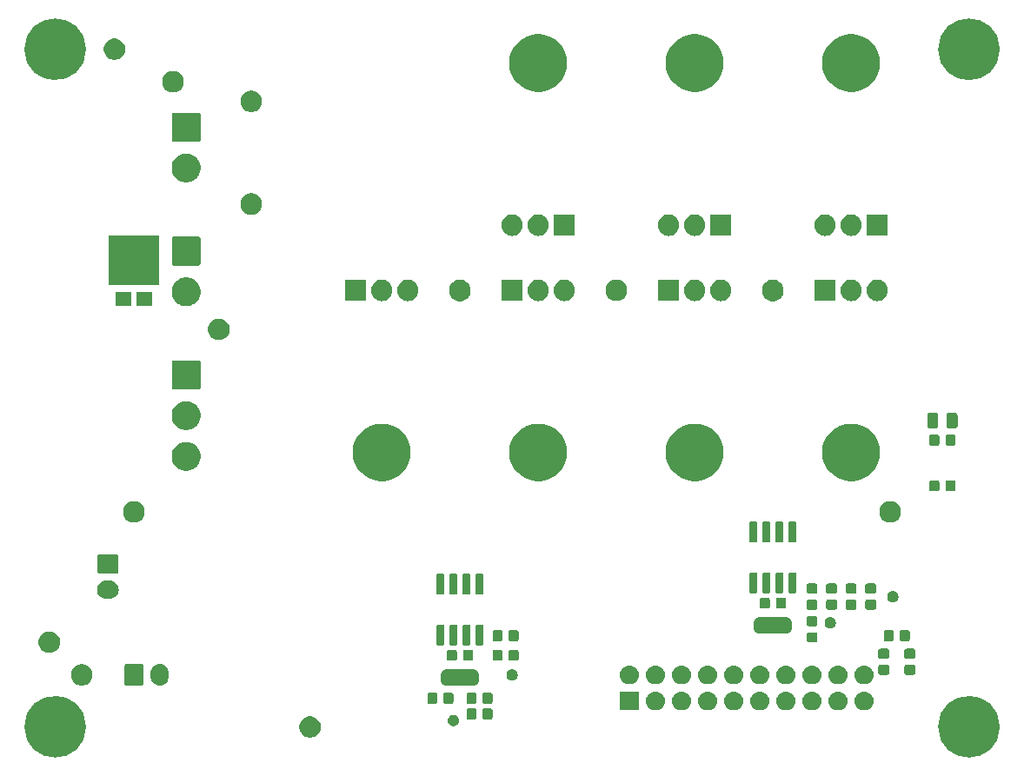
<source format=gbs>
G04 #@! TF.GenerationSoftware,KiCad,Pcbnew,(5.1.2)-1*
G04 #@! TF.CreationDate,2020-04-21T09:17:00+09:00*
G04 #@! TF.ProjectId,InverterBoard,496e7665-7274-4657-9242-6f6172642e6b,rev?*
G04 #@! TF.SameCoordinates,Original*
G04 #@! TF.FileFunction,Soldermask,Bot*
G04 #@! TF.FilePolarity,Negative*
%FSLAX46Y46*%
G04 Gerber Fmt 4.6, Leading zero omitted, Abs format (unit mm)*
G04 Created by KiCad (PCBNEW (5.1.2)-1) date 2020-04-21 09:17:00*
%MOMM*%
%LPD*%
G04 APERTURE LIST*
%ADD10C,1.000000*%
%ADD11C,0.100000*%
G04 APERTURE END LIST*
D10*
X47000000Y-33000000D02*
G75*
G03X47000000Y-33000000I-2500000J0D01*
G01*
X46500000Y-33000000D02*
G75*
G03X46500000Y-33000000I-2000000J0D01*
G01*
X47000000Y33000000D02*
G75*
G03X47000000Y33000000I-2500000J0D01*
G01*
X46500000Y33000000D02*
G75*
G03X46500000Y33000000I-2000000J0D01*
G01*
X-42000000Y33000000D02*
G75*
G03X-42000000Y33000000I-2500000J0D01*
G01*
X-42500000Y33000000D02*
G75*
G03X-42500000Y33000000I-2000000J0D01*
G01*
X-42000000Y-33000000D02*
G75*
G03X-42000000Y-33000000I-2500000J0D01*
G01*
X-42500000Y-33000000D02*
G75*
G03X-42500000Y-33000000I-2000000J0D01*
G01*
D11*
G36*
X44875256Y-31391298D02*
G01*
X44981579Y-31412447D01*
X45282042Y-31536903D01*
X45552451Y-31717585D01*
X45782415Y-31947549D01*
X45963097Y-32217958D01*
X46054768Y-32439270D01*
X46087553Y-32518422D01*
X46146147Y-32812990D01*
X46151000Y-32837391D01*
X46151000Y-33162609D01*
X46087553Y-33481579D01*
X45963097Y-33782042D01*
X45782415Y-34052451D01*
X45552451Y-34282415D01*
X45282042Y-34463097D01*
X44981579Y-34587553D01*
X44875256Y-34608702D01*
X44662611Y-34651000D01*
X44337389Y-34651000D01*
X44124744Y-34608702D01*
X44018421Y-34587553D01*
X43717958Y-34463097D01*
X43447549Y-34282415D01*
X43217585Y-34052451D01*
X43036903Y-33782042D01*
X42912447Y-33481579D01*
X42849000Y-33162609D01*
X42849000Y-32837391D01*
X42853854Y-32812990D01*
X42912447Y-32518422D01*
X42945233Y-32439270D01*
X43036903Y-32217958D01*
X43217585Y-31947549D01*
X43447549Y-31717585D01*
X43717958Y-31536903D01*
X44018421Y-31412447D01*
X44124744Y-31391298D01*
X44337389Y-31349000D01*
X44662611Y-31349000D01*
X44875256Y-31391298D01*
X44875256Y-31391298D01*
G37*
G36*
X-44124744Y-31391298D02*
G01*
X-44018421Y-31412447D01*
X-43717958Y-31536903D01*
X-43447549Y-31717585D01*
X-43217585Y-31947549D01*
X-43036903Y-32217958D01*
X-42945232Y-32439270D01*
X-42912447Y-32518422D01*
X-42853853Y-32812990D01*
X-42849000Y-32837391D01*
X-42849000Y-33162609D01*
X-42912447Y-33481579D01*
X-43036903Y-33782042D01*
X-43217585Y-34052451D01*
X-43447549Y-34282415D01*
X-43717958Y-34463097D01*
X-44018421Y-34587553D01*
X-44124744Y-34608702D01*
X-44337389Y-34651000D01*
X-44662611Y-34651000D01*
X-44875256Y-34608702D01*
X-44981579Y-34587553D01*
X-45282042Y-34463097D01*
X-45552451Y-34282415D01*
X-45782415Y-34052451D01*
X-45963097Y-33782042D01*
X-46087553Y-33481579D01*
X-46151000Y-33162609D01*
X-46151000Y-32837391D01*
X-46146146Y-32812990D01*
X-46087553Y-32518422D01*
X-46054767Y-32439270D01*
X-45963097Y-32217958D01*
X-45782415Y-31947549D01*
X-45552451Y-31717585D01*
X-45282042Y-31536903D01*
X-44981579Y-31412447D01*
X-44875256Y-31391298D01*
X-44662611Y-31349000D01*
X-44337389Y-31349000D01*
X-44124744Y-31391298D01*
X-44124744Y-31391298D01*
G37*
G36*
X-19378436Y-32009389D02*
G01*
X-19187167Y-32088615D01*
X-19187165Y-32088616D01*
X-19015027Y-32203635D01*
X-18868635Y-32350027D01*
X-18809005Y-32439269D01*
X-18753615Y-32522167D01*
X-18674389Y-32713436D01*
X-18634000Y-32916484D01*
X-18634000Y-33123516D01*
X-18674389Y-33326564D01*
X-18738598Y-33481578D01*
X-18753616Y-33517835D01*
X-18868635Y-33689973D01*
X-19015027Y-33836365D01*
X-19187165Y-33951384D01*
X-19187166Y-33951385D01*
X-19187167Y-33951385D01*
X-19378436Y-34030611D01*
X-19581484Y-34071000D01*
X-19788516Y-34071000D01*
X-19991564Y-34030611D01*
X-20182833Y-33951385D01*
X-20182834Y-33951385D01*
X-20182835Y-33951384D01*
X-20354973Y-33836365D01*
X-20501365Y-33689973D01*
X-20616384Y-33517835D01*
X-20631402Y-33481578D01*
X-20695611Y-33326564D01*
X-20736000Y-33123516D01*
X-20736000Y-32916484D01*
X-20695611Y-32713436D01*
X-20616385Y-32522167D01*
X-20560994Y-32439269D01*
X-20501365Y-32350027D01*
X-20354973Y-32203635D01*
X-20182835Y-32088616D01*
X-20182833Y-32088615D01*
X-19991564Y-32009389D01*
X-19788516Y-31969000D01*
X-19581484Y-31969000D01*
X-19378436Y-32009389D01*
X-19378436Y-32009389D01*
G37*
G36*
X-5554279Y-31855174D02*
G01*
X-5454005Y-31896709D01*
X-5454004Y-31896710D01*
X-5363758Y-31957010D01*
X-5287010Y-32033758D01*
X-5287009Y-32033760D01*
X-5226709Y-32124005D01*
X-5185174Y-32224279D01*
X-5164000Y-32330730D01*
X-5164000Y-32439270D01*
X-5185174Y-32545721D01*
X-5226709Y-32645995D01*
X-5226710Y-32645996D01*
X-5287010Y-32736242D01*
X-5363758Y-32812990D01*
X-5400274Y-32837389D01*
X-5454005Y-32873291D01*
X-5554279Y-32914826D01*
X-5660730Y-32936000D01*
X-5769270Y-32936000D01*
X-5875721Y-32914826D01*
X-5975995Y-32873291D01*
X-6029726Y-32837389D01*
X-6066242Y-32812990D01*
X-6142990Y-32736242D01*
X-6203290Y-32645996D01*
X-6203291Y-32645995D01*
X-6244826Y-32545721D01*
X-6266000Y-32439270D01*
X-6266000Y-32330730D01*
X-6244826Y-32224279D01*
X-6203291Y-32124005D01*
X-6142991Y-32033760D01*
X-6142990Y-32033758D01*
X-6066242Y-31957010D01*
X-5975996Y-31896710D01*
X-5975995Y-31896709D01*
X-5875721Y-31855174D01*
X-5769270Y-31834000D01*
X-5660730Y-31834000D01*
X-5554279Y-31855174D01*
X-5554279Y-31855174D01*
G37*
G36*
X-2045409Y-31228085D02*
G01*
X-2011431Y-31238393D01*
X-1980110Y-31255134D01*
X-1952661Y-31277661D01*
X-1930134Y-31305110D01*
X-1913393Y-31336431D01*
X-1903085Y-31370409D01*
X-1899000Y-31411890D01*
X-1899000Y-32088110D01*
X-1903085Y-32129591D01*
X-1913393Y-32163569D01*
X-1930134Y-32194890D01*
X-1952661Y-32222339D01*
X-1980110Y-32244866D01*
X-2011431Y-32261607D01*
X-2045409Y-32271915D01*
X-2086890Y-32276000D01*
X-2688110Y-32276000D01*
X-2729591Y-32271915D01*
X-2763569Y-32261607D01*
X-2794890Y-32244866D01*
X-2822339Y-32222339D01*
X-2844866Y-32194890D01*
X-2861607Y-32163569D01*
X-2871915Y-32129591D01*
X-2876000Y-32088110D01*
X-2876000Y-31411890D01*
X-2871915Y-31370409D01*
X-2861607Y-31336431D01*
X-2844866Y-31305110D01*
X-2822339Y-31277661D01*
X-2794890Y-31255134D01*
X-2763569Y-31238393D01*
X-2729591Y-31228085D01*
X-2688110Y-31224000D01*
X-2086890Y-31224000D01*
X-2045409Y-31228085D01*
X-2045409Y-31228085D01*
G37*
G36*
X-3620409Y-31228085D02*
G01*
X-3586431Y-31238393D01*
X-3555110Y-31255134D01*
X-3527661Y-31277661D01*
X-3505134Y-31305110D01*
X-3488393Y-31336431D01*
X-3478085Y-31370409D01*
X-3474000Y-31411890D01*
X-3474000Y-32088110D01*
X-3478085Y-32129591D01*
X-3488393Y-32163569D01*
X-3505134Y-32194890D01*
X-3527661Y-32222339D01*
X-3555110Y-32244866D01*
X-3586431Y-32261607D01*
X-3620409Y-32271915D01*
X-3661890Y-32276000D01*
X-4263110Y-32276000D01*
X-4304591Y-32271915D01*
X-4338569Y-32261607D01*
X-4369890Y-32244866D01*
X-4397339Y-32222339D01*
X-4419866Y-32194890D01*
X-4436607Y-32163569D01*
X-4446915Y-32129591D01*
X-4451000Y-32088110D01*
X-4451000Y-31411890D01*
X-4446915Y-31370409D01*
X-4436607Y-31336431D01*
X-4419866Y-31305110D01*
X-4397339Y-31277661D01*
X-4369890Y-31255134D01*
X-4338569Y-31238393D01*
X-4304591Y-31228085D01*
X-4263110Y-31224000D01*
X-3661890Y-31224000D01*
X-3620409Y-31228085D01*
X-3620409Y-31228085D01*
G37*
G36*
X12344600Y-31394600D02*
G01*
X10515400Y-31394600D01*
X10515400Y-29565400D01*
X12344600Y-29565400D01*
X12344600Y-31394600D01*
X12344600Y-31394600D01*
G37*
G36*
X34469294Y-29578633D02*
G01*
X34641695Y-29630931D01*
X34800583Y-29715858D01*
X34939849Y-29830151D01*
X35054142Y-29969417D01*
X35139069Y-30128305D01*
X35191367Y-30300706D01*
X35209025Y-30480000D01*
X35191367Y-30659294D01*
X35139069Y-30831695D01*
X35054142Y-30990583D01*
X34939849Y-31129849D01*
X34800583Y-31244142D01*
X34641695Y-31329069D01*
X34469294Y-31381367D01*
X34334931Y-31394600D01*
X34245069Y-31394600D01*
X34110706Y-31381367D01*
X33938305Y-31329069D01*
X33779417Y-31244142D01*
X33640151Y-31129849D01*
X33525858Y-30990583D01*
X33440931Y-30831695D01*
X33388633Y-30659294D01*
X33370975Y-30480000D01*
X33388633Y-30300706D01*
X33440931Y-30128305D01*
X33525858Y-29969417D01*
X33640151Y-29830151D01*
X33779417Y-29715858D01*
X33938305Y-29630931D01*
X34110706Y-29578633D01*
X34245069Y-29565400D01*
X34334931Y-29565400D01*
X34469294Y-29578633D01*
X34469294Y-29578633D01*
G37*
G36*
X31929294Y-29578633D02*
G01*
X32101695Y-29630931D01*
X32260583Y-29715858D01*
X32399849Y-29830151D01*
X32514142Y-29969417D01*
X32599069Y-30128305D01*
X32651367Y-30300706D01*
X32669025Y-30480000D01*
X32651367Y-30659294D01*
X32599069Y-30831695D01*
X32514142Y-30990583D01*
X32399849Y-31129849D01*
X32260583Y-31244142D01*
X32101695Y-31329069D01*
X31929294Y-31381367D01*
X31794931Y-31394600D01*
X31705069Y-31394600D01*
X31570706Y-31381367D01*
X31398305Y-31329069D01*
X31239417Y-31244142D01*
X31100151Y-31129849D01*
X30985858Y-30990583D01*
X30900931Y-30831695D01*
X30848633Y-30659294D01*
X30830975Y-30480000D01*
X30848633Y-30300706D01*
X30900931Y-30128305D01*
X30985858Y-29969417D01*
X31100151Y-29830151D01*
X31239417Y-29715858D01*
X31398305Y-29630931D01*
X31570706Y-29578633D01*
X31705069Y-29565400D01*
X31794931Y-29565400D01*
X31929294Y-29578633D01*
X31929294Y-29578633D01*
G37*
G36*
X29389294Y-29578633D02*
G01*
X29561695Y-29630931D01*
X29720583Y-29715858D01*
X29859849Y-29830151D01*
X29974142Y-29969417D01*
X30059069Y-30128305D01*
X30111367Y-30300706D01*
X30129025Y-30480000D01*
X30111367Y-30659294D01*
X30059069Y-30831695D01*
X29974142Y-30990583D01*
X29859849Y-31129849D01*
X29720583Y-31244142D01*
X29561695Y-31329069D01*
X29389294Y-31381367D01*
X29254931Y-31394600D01*
X29165069Y-31394600D01*
X29030706Y-31381367D01*
X28858305Y-31329069D01*
X28699417Y-31244142D01*
X28560151Y-31129849D01*
X28445858Y-30990583D01*
X28360931Y-30831695D01*
X28308633Y-30659294D01*
X28290975Y-30480000D01*
X28308633Y-30300706D01*
X28360931Y-30128305D01*
X28445858Y-29969417D01*
X28560151Y-29830151D01*
X28699417Y-29715858D01*
X28858305Y-29630931D01*
X29030706Y-29578633D01*
X29165069Y-29565400D01*
X29254931Y-29565400D01*
X29389294Y-29578633D01*
X29389294Y-29578633D01*
G37*
G36*
X21769294Y-29578633D02*
G01*
X21941695Y-29630931D01*
X22100583Y-29715858D01*
X22239849Y-29830151D01*
X22354142Y-29969417D01*
X22439069Y-30128305D01*
X22491367Y-30300706D01*
X22509025Y-30480000D01*
X22491367Y-30659294D01*
X22439069Y-30831695D01*
X22354142Y-30990583D01*
X22239849Y-31129849D01*
X22100583Y-31244142D01*
X21941695Y-31329069D01*
X21769294Y-31381367D01*
X21634931Y-31394600D01*
X21545069Y-31394600D01*
X21410706Y-31381367D01*
X21238305Y-31329069D01*
X21079417Y-31244142D01*
X20940151Y-31129849D01*
X20825858Y-30990583D01*
X20740931Y-30831695D01*
X20688633Y-30659294D01*
X20670975Y-30480000D01*
X20688633Y-30300706D01*
X20740931Y-30128305D01*
X20825858Y-29969417D01*
X20940151Y-29830151D01*
X21079417Y-29715858D01*
X21238305Y-29630931D01*
X21410706Y-29578633D01*
X21545069Y-29565400D01*
X21634931Y-29565400D01*
X21769294Y-29578633D01*
X21769294Y-29578633D01*
G37*
G36*
X16689294Y-29578633D02*
G01*
X16861695Y-29630931D01*
X17020583Y-29715858D01*
X17159849Y-29830151D01*
X17274142Y-29969417D01*
X17359069Y-30128305D01*
X17411367Y-30300706D01*
X17429025Y-30480000D01*
X17411367Y-30659294D01*
X17359069Y-30831695D01*
X17274142Y-30990583D01*
X17159849Y-31129849D01*
X17020583Y-31244142D01*
X16861695Y-31329069D01*
X16689294Y-31381367D01*
X16554931Y-31394600D01*
X16465069Y-31394600D01*
X16330706Y-31381367D01*
X16158305Y-31329069D01*
X15999417Y-31244142D01*
X15860151Y-31129849D01*
X15745858Y-30990583D01*
X15660931Y-30831695D01*
X15608633Y-30659294D01*
X15590975Y-30480000D01*
X15608633Y-30300706D01*
X15660931Y-30128305D01*
X15745858Y-29969417D01*
X15860151Y-29830151D01*
X15999417Y-29715858D01*
X16158305Y-29630931D01*
X16330706Y-29578633D01*
X16465069Y-29565400D01*
X16554931Y-29565400D01*
X16689294Y-29578633D01*
X16689294Y-29578633D01*
G37*
G36*
X14149294Y-29578633D02*
G01*
X14321695Y-29630931D01*
X14480583Y-29715858D01*
X14619849Y-29830151D01*
X14734142Y-29969417D01*
X14819069Y-30128305D01*
X14871367Y-30300706D01*
X14889025Y-30480000D01*
X14871367Y-30659294D01*
X14819069Y-30831695D01*
X14734142Y-30990583D01*
X14619849Y-31129849D01*
X14480583Y-31244142D01*
X14321695Y-31329069D01*
X14149294Y-31381367D01*
X14014931Y-31394600D01*
X13925069Y-31394600D01*
X13790706Y-31381367D01*
X13618305Y-31329069D01*
X13459417Y-31244142D01*
X13320151Y-31129849D01*
X13205858Y-30990583D01*
X13120931Y-30831695D01*
X13068633Y-30659294D01*
X13050975Y-30480000D01*
X13068633Y-30300706D01*
X13120931Y-30128305D01*
X13205858Y-29969417D01*
X13320151Y-29830151D01*
X13459417Y-29715858D01*
X13618305Y-29630931D01*
X13790706Y-29578633D01*
X13925069Y-29565400D01*
X14014931Y-29565400D01*
X14149294Y-29578633D01*
X14149294Y-29578633D01*
G37*
G36*
X26849294Y-29578633D02*
G01*
X27021695Y-29630931D01*
X27180583Y-29715858D01*
X27319849Y-29830151D01*
X27434142Y-29969417D01*
X27519069Y-30128305D01*
X27571367Y-30300706D01*
X27589025Y-30480000D01*
X27571367Y-30659294D01*
X27519069Y-30831695D01*
X27434142Y-30990583D01*
X27319849Y-31129849D01*
X27180583Y-31244142D01*
X27021695Y-31329069D01*
X26849294Y-31381367D01*
X26714931Y-31394600D01*
X26625069Y-31394600D01*
X26490706Y-31381367D01*
X26318305Y-31329069D01*
X26159417Y-31244142D01*
X26020151Y-31129849D01*
X25905858Y-30990583D01*
X25820931Y-30831695D01*
X25768633Y-30659294D01*
X25750975Y-30480000D01*
X25768633Y-30300706D01*
X25820931Y-30128305D01*
X25905858Y-29969417D01*
X26020151Y-29830151D01*
X26159417Y-29715858D01*
X26318305Y-29630931D01*
X26490706Y-29578633D01*
X26625069Y-29565400D01*
X26714931Y-29565400D01*
X26849294Y-29578633D01*
X26849294Y-29578633D01*
G37*
G36*
X19229294Y-29578633D02*
G01*
X19401695Y-29630931D01*
X19560583Y-29715858D01*
X19699849Y-29830151D01*
X19814142Y-29969417D01*
X19899069Y-30128305D01*
X19951367Y-30300706D01*
X19969025Y-30480000D01*
X19951367Y-30659294D01*
X19899069Y-30831695D01*
X19814142Y-30990583D01*
X19699849Y-31129849D01*
X19560583Y-31244142D01*
X19401695Y-31329069D01*
X19229294Y-31381367D01*
X19094931Y-31394600D01*
X19005069Y-31394600D01*
X18870706Y-31381367D01*
X18698305Y-31329069D01*
X18539417Y-31244142D01*
X18400151Y-31129849D01*
X18285858Y-30990583D01*
X18200931Y-30831695D01*
X18148633Y-30659294D01*
X18130975Y-30480000D01*
X18148633Y-30300706D01*
X18200931Y-30128305D01*
X18285858Y-29969417D01*
X18400151Y-29830151D01*
X18539417Y-29715858D01*
X18698305Y-29630931D01*
X18870706Y-29578633D01*
X19005069Y-29565400D01*
X19094931Y-29565400D01*
X19229294Y-29578633D01*
X19229294Y-29578633D01*
G37*
G36*
X24309294Y-29578633D02*
G01*
X24481695Y-29630931D01*
X24640583Y-29715858D01*
X24779849Y-29830151D01*
X24894142Y-29969417D01*
X24979069Y-30128305D01*
X25031367Y-30300706D01*
X25049025Y-30480000D01*
X25031367Y-30659294D01*
X24979069Y-30831695D01*
X24894142Y-30990583D01*
X24779849Y-31129849D01*
X24640583Y-31244142D01*
X24481695Y-31329069D01*
X24309294Y-31381367D01*
X24174931Y-31394600D01*
X24085069Y-31394600D01*
X23950706Y-31381367D01*
X23778305Y-31329069D01*
X23619417Y-31244142D01*
X23480151Y-31129849D01*
X23365858Y-30990583D01*
X23280931Y-30831695D01*
X23228633Y-30659294D01*
X23210975Y-30480000D01*
X23228633Y-30300706D01*
X23280931Y-30128305D01*
X23365858Y-29969417D01*
X23480151Y-29830151D01*
X23619417Y-29715858D01*
X23778305Y-29630931D01*
X23950706Y-29578633D01*
X24085069Y-29565400D01*
X24174931Y-29565400D01*
X24309294Y-29578633D01*
X24309294Y-29578633D01*
G37*
G36*
X-5855409Y-29704085D02*
G01*
X-5821431Y-29714393D01*
X-5790110Y-29731134D01*
X-5762661Y-29753661D01*
X-5740134Y-29781110D01*
X-5723393Y-29812431D01*
X-5713085Y-29846409D01*
X-5709000Y-29887890D01*
X-5709000Y-30564110D01*
X-5713085Y-30605591D01*
X-5723393Y-30639569D01*
X-5740134Y-30670890D01*
X-5762661Y-30698339D01*
X-5790110Y-30720866D01*
X-5821431Y-30737607D01*
X-5855409Y-30747915D01*
X-5896890Y-30752000D01*
X-6498110Y-30752000D01*
X-6539591Y-30747915D01*
X-6573569Y-30737607D01*
X-6604890Y-30720866D01*
X-6632339Y-30698339D01*
X-6654866Y-30670890D01*
X-6671607Y-30639569D01*
X-6681915Y-30605591D01*
X-6686000Y-30564110D01*
X-6686000Y-29887890D01*
X-6681915Y-29846409D01*
X-6671607Y-29812431D01*
X-6654866Y-29781110D01*
X-6632339Y-29753661D01*
X-6604890Y-29731134D01*
X-6573569Y-29714393D01*
X-6539591Y-29704085D01*
X-6498110Y-29700000D01*
X-5896890Y-29700000D01*
X-5855409Y-29704085D01*
X-5855409Y-29704085D01*
G37*
G36*
X-7430409Y-29704085D02*
G01*
X-7396431Y-29714393D01*
X-7365110Y-29731134D01*
X-7337661Y-29753661D01*
X-7315134Y-29781110D01*
X-7298393Y-29812431D01*
X-7288085Y-29846409D01*
X-7284000Y-29887890D01*
X-7284000Y-30564110D01*
X-7288085Y-30605591D01*
X-7298393Y-30639569D01*
X-7315134Y-30670890D01*
X-7337661Y-30698339D01*
X-7365110Y-30720866D01*
X-7396431Y-30737607D01*
X-7430409Y-30747915D01*
X-7471890Y-30752000D01*
X-8073110Y-30752000D01*
X-8114591Y-30747915D01*
X-8148569Y-30737607D01*
X-8179890Y-30720866D01*
X-8207339Y-30698339D01*
X-8229866Y-30670890D01*
X-8246607Y-30639569D01*
X-8256915Y-30605591D01*
X-8261000Y-30564110D01*
X-8261000Y-29887890D01*
X-8256915Y-29846409D01*
X-8246607Y-29812431D01*
X-8229866Y-29781110D01*
X-8207339Y-29753661D01*
X-8179890Y-29731134D01*
X-8148569Y-29714393D01*
X-8114591Y-29704085D01*
X-8073110Y-29700000D01*
X-7471890Y-29700000D01*
X-7430409Y-29704085D01*
X-7430409Y-29704085D01*
G37*
G36*
X-3620409Y-29704085D02*
G01*
X-3586431Y-29714393D01*
X-3555110Y-29731134D01*
X-3527661Y-29753661D01*
X-3505134Y-29781110D01*
X-3488393Y-29812431D01*
X-3478085Y-29846409D01*
X-3474000Y-29887890D01*
X-3474000Y-30564110D01*
X-3478085Y-30605591D01*
X-3488393Y-30639569D01*
X-3505134Y-30670890D01*
X-3527661Y-30698339D01*
X-3555110Y-30720866D01*
X-3586431Y-30737607D01*
X-3620409Y-30747915D01*
X-3661890Y-30752000D01*
X-4263110Y-30752000D01*
X-4304591Y-30747915D01*
X-4338569Y-30737607D01*
X-4369890Y-30720866D01*
X-4397339Y-30698339D01*
X-4419866Y-30670890D01*
X-4436607Y-30639569D01*
X-4446915Y-30605591D01*
X-4451000Y-30564110D01*
X-4451000Y-29887890D01*
X-4446915Y-29846409D01*
X-4436607Y-29812431D01*
X-4419866Y-29781110D01*
X-4397339Y-29753661D01*
X-4369890Y-29731134D01*
X-4338569Y-29714393D01*
X-4304591Y-29704085D01*
X-4263110Y-29700000D01*
X-3661890Y-29700000D01*
X-3620409Y-29704085D01*
X-3620409Y-29704085D01*
G37*
G36*
X-2045409Y-29704085D02*
G01*
X-2011431Y-29714393D01*
X-1980110Y-29731134D01*
X-1952661Y-29753661D01*
X-1930134Y-29781110D01*
X-1913393Y-29812431D01*
X-1903085Y-29846409D01*
X-1899000Y-29887890D01*
X-1899000Y-30564110D01*
X-1903085Y-30605591D01*
X-1913393Y-30639569D01*
X-1930134Y-30670890D01*
X-1952661Y-30698339D01*
X-1980110Y-30720866D01*
X-2011431Y-30737607D01*
X-2045409Y-30747915D01*
X-2086890Y-30752000D01*
X-2688110Y-30752000D01*
X-2729591Y-30747915D01*
X-2763569Y-30737607D01*
X-2794890Y-30720866D01*
X-2822339Y-30698339D01*
X-2844866Y-30670890D01*
X-2861607Y-30639569D01*
X-2871915Y-30605591D01*
X-2876000Y-30564110D01*
X-2876000Y-29887890D01*
X-2871915Y-29846409D01*
X-2861607Y-29812431D01*
X-2844866Y-29781110D01*
X-2822339Y-29753661D01*
X-2794890Y-29731134D01*
X-2763569Y-29714393D01*
X-2729591Y-29704085D01*
X-2688110Y-29700000D01*
X-2086890Y-29700000D01*
X-2045409Y-29704085D01*
X-2045409Y-29704085D01*
G37*
G36*
X-5820001Y-27393737D02*
G01*
X-5805472Y-27398145D01*
X-5792289Y-27403606D01*
X-5768255Y-27408388D01*
X-5743751Y-27408389D01*
X-5719718Y-27403609D01*
X-5697079Y-27394232D01*
X-5695235Y-27393000D01*
X-4463950Y-27393000D01*
X-4451836Y-27399475D01*
X-4428387Y-27406588D01*
X-4404001Y-27408990D01*
X-4379615Y-27406588D01*
X-4356166Y-27399475D01*
X-4351254Y-27397152D01*
X-4339999Y-27393737D01*
X-4323860Y-27392148D01*
X-3786139Y-27392148D01*
X-3767801Y-27393954D01*
X-3755550Y-27394556D01*
X-3737131Y-27394556D01*
X-3714851Y-27396750D01*
X-3630767Y-27413476D01*
X-3609340Y-27419976D01*
X-3530142Y-27452780D01*
X-3524697Y-27455691D01*
X-3524691Y-27455693D01*
X-3515831Y-27460429D01*
X-3515827Y-27460432D01*
X-3510386Y-27463340D01*
X-3439101Y-27510971D01*
X-3421796Y-27525172D01*
X-3361172Y-27585796D01*
X-3346971Y-27603101D01*
X-3299340Y-27674386D01*
X-3296432Y-27679827D01*
X-3296429Y-27679831D01*
X-3291693Y-27688691D01*
X-3291691Y-27688697D01*
X-3288780Y-27694142D01*
X-3255976Y-27773340D01*
X-3249476Y-27794767D01*
X-3232750Y-27878851D01*
X-3230556Y-27901131D01*
X-3230556Y-27919550D01*
X-3229954Y-27931801D01*
X-3228148Y-27950139D01*
X-3228148Y-28437862D01*
X-3229954Y-28456199D01*
X-3230556Y-28468450D01*
X-3230556Y-28486869D01*
X-3232750Y-28509149D01*
X-3249476Y-28593233D01*
X-3255976Y-28614660D01*
X-3288780Y-28693858D01*
X-3291691Y-28699303D01*
X-3291693Y-28699309D01*
X-3296429Y-28708169D01*
X-3296432Y-28708173D01*
X-3299340Y-28713614D01*
X-3346971Y-28784899D01*
X-3361172Y-28802204D01*
X-3421796Y-28862828D01*
X-3439101Y-28877029D01*
X-3510386Y-28924660D01*
X-3515827Y-28927568D01*
X-3515831Y-28927571D01*
X-3524691Y-28932307D01*
X-3524697Y-28932309D01*
X-3530142Y-28935220D01*
X-3609340Y-28968024D01*
X-3630767Y-28974524D01*
X-3714851Y-28991250D01*
X-3737131Y-28993444D01*
X-3755550Y-28993444D01*
X-3767801Y-28994046D01*
X-3786138Y-28995852D01*
X-4323860Y-28995852D01*
X-4339999Y-28994263D01*
X-4354528Y-28989855D01*
X-4367711Y-28984394D01*
X-4391745Y-28979612D01*
X-4416249Y-28979611D01*
X-4440282Y-28984391D01*
X-4462921Y-28993768D01*
X-4464765Y-28995000D01*
X-5696050Y-28995000D01*
X-5708164Y-28988525D01*
X-5731613Y-28981412D01*
X-5755999Y-28979010D01*
X-5780385Y-28981412D01*
X-5803834Y-28988525D01*
X-5808746Y-28990848D01*
X-5820001Y-28994263D01*
X-5836140Y-28995852D01*
X-6373862Y-28995852D01*
X-6392199Y-28994046D01*
X-6404450Y-28993444D01*
X-6422869Y-28993444D01*
X-6445149Y-28991250D01*
X-6529233Y-28974524D01*
X-6550660Y-28968024D01*
X-6629858Y-28935220D01*
X-6635303Y-28932309D01*
X-6635309Y-28932307D01*
X-6644169Y-28927571D01*
X-6644173Y-28927568D01*
X-6649614Y-28924660D01*
X-6720899Y-28877029D01*
X-6738204Y-28862828D01*
X-6798828Y-28802204D01*
X-6813029Y-28784899D01*
X-6860660Y-28713614D01*
X-6863568Y-28708173D01*
X-6863571Y-28708169D01*
X-6868307Y-28699309D01*
X-6868309Y-28699303D01*
X-6871220Y-28693858D01*
X-6904024Y-28614660D01*
X-6910524Y-28593233D01*
X-6927250Y-28509149D01*
X-6929444Y-28486869D01*
X-6929444Y-28468450D01*
X-6930046Y-28456199D01*
X-6931852Y-28437862D01*
X-6931852Y-27950139D01*
X-6930046Y-27931801D01*
X-6929444Y-27919550D01*
X-6929444Y-27901131D01*
X-6927250Y-27878851D01*
X-6910524Y-27794767D01*
X-6904024Y-27773340D01*
X-6871220Y-27694142D01*
X-6868309Y-27688697D01*
X-6868307Y-27688691D01*
X-6863571Y-27679831D01*
X-6863568Y-27679827D01*
X-6860660Y-27674386D01*
X-6813029Y-27603101D01*
X-6798828Y-27585796D01*
X-6738204Y-27525172D01*
X-6720899Y-27510971D01*
X-6649614Y-27463340D01*
X-6644173Y-27460432D01*
X-6644169Y-27460429D01*
X-6635309Y-27455693D01*
X-6635303Y-27455691D01*
X-6629858Y-27452780D01*
X-6550660Y-27419976D01*
X-6529233Y-27413476D01*
X-6445149Y-27396750D01*
X-6422869Y-27394556D01*
X-6404450Y-27394556D01*
X-6392199Y-27393954D01*
X-6373861Y-27392148D01*
X-5836140Y-27392148D01*
X-5820001Y-27393737D01*
X-5820001Y-27393737D01*
G37*
G36*
X-34153374Y-26902037D02*
G01*
X-33983535Y-26953557D01*
X-33983533Y-26953558D01*
X-33827011Y-27037221D01*
X-33689814Y-27149814D01*
X-33606552Y-27251271D01*
X-33577222Y-27287009D01*
X-33577221Y-27287011D01*
X-33514897Y-27403609D01*
X-33493557Y-27443534D01*
X-33442037Y-27613373D01*
X-33429000Y-27745742D01*
X-33429000Y-28134257D01*
X-33442037Y-28266626D01*
X-33493557Y-28436466D01*
X-33577222Y-28592991D01*
X-33606552Y-28628729D01*
X-33689814Y-28730186D01*
X-33784750Y-28808097D01*
X-33827009Y-28842778D01*
X-33983534Y-28926443D01*
X-34153373Y-28977963D01*
X-34330000Y-28995359D01*
X-34506626Y-28977963D01*
X-34676465Y-28926443D01*
X-34832990Y-28842778D01*
X-34970185Y-28730185D01*
X-35082778Y-28592991D01*
X-35149347Y-28468450D01*
X-35166442Y-28436468D01*
X-35166443Y-28436466D01*
X-35217963Y-28266627D01*
X-35231000Y-28134258D01*
X-35231000Y-27745743D01*
X-35217963Y-27613374D01*
X-35166443Y-27443535D01*
X-35165711Y-27442165D01*
X-35082779Y-27287011D01*
X-34970186Y-27149814D01*
X-34868729Y-27066552D01*
X-34832991Y-27037222D01*
X-34676466Y-26953557D01*
X-34506627Y-26902037D01*
X-34330000Y-26884641D01*
X-34153374Y-26902037D01*
X-34153374Y-26902037D01*
G37*
G36*
X-36071400Y-26892989D02*
G01*
X-36038348Y-26903015D01*
X-36007897Y-26919292D01*
X-35981201Y-26941201D01*
X-35959292Y-26967897D01*
X-35943015Y-26998348D01*
X-35932989Y-27031400D01*
X-35929000Y-27071903D01*
X-35929000Y-28808097D01*
X-35932989Y-28848600D01*
X-35943015Y-28881652D01*
X-35959292Y-28912103D01*
X-35981201Y-28938799D01*
X-36007897Y-28960708D01*
X-36038348Y-28976985D01*
X-36071400Y-28987011D01*
X-36111903Y-28991000D01*
X-37548097Y-28991000D01*
X-37588600Y-28987011D01*
X-37621652Y-28976985D01*
X-37652103Y-28960708D01*
X-37678799Y-28938799D01*
X-37700708Y-28912103D01*
X-37716985Y-28881652D01*
X-37727011Y-28848600D01*
X-37731000Y-28808097D01*
X-37731000Y-27071903D01*
X-37727011Y-27031400D01*
X-37716985Y-26998348D01*
X-37700708Y-26967897D01*
X-37678799Y-26941201D01*
X-37652103Y-26919292D01*
X-37621652Y-26903015D01*
X-37588600Y-26892989D01*
X-37548097Y-26889000D01*
X-36111903Y-26889000D01*
X-36071400Y-26892989D01*
X-36071400Y-26892989D01*
G37*
G36*
X-41603436Y-26929389D02*
G01*
X-41416612Y-27006774D01*
X-41412165Y-27008616D01*
X-41240027Y-27123635D01*
X-41093635Y-27270027D01*
X-40984070Y-27434002D01*
X-40978615Y-27442167D01*
X-40899389Y-27633436D01*
X-40859000Y-27836484D01*
X-40859000Y-28043516D01*
X-40899389Y-28246564D01*
X-40949685Y-28367990D01*
X-40978616Y-28437835D01*
X-41093635Y-28609973D01*
X-41240027Y-28756365D01*
X-41412165Y-28871384D01*
X-41412166Y-28871385D01*
X-41412167Y-28871385D01*
X-41603436Y-28950611D01*
X-41806484Y-28991000D01*
X-42013516Y-28991000D01*
X-42216564Y-28950611D01*
X-42407833Y-28871385D01*
X-42407834Y-28871385D01*
X-42407835Y-28871384D01*
X-42579973Y-28756365D01*
X-42726365Y-28609973D01*
X-42841384Y-28437835D01*
X-42870315Y-28367990D01*
X-42920611Y-28246564D01*
X-42961000Y-28043516D01*
X-42961000Y-27836484D01*
X-42920611Y-27633436D01*
X-42841385Y-27442167D01*
X-42835929Y-27434002D01*
X-42726365Y-27270027D01*
X-42579973Y-27123635D01*
X-42407835Y-27008616D01*
X-42403388Y-27006774D01*
X-42216564Y-26929389D01*
X-42013516Y-26889000D01*
X-41806484Y-26889000D01*
X-41603436Y-26929389D01*
X-41603436Y-26929389D01*
G37*
G36*
X34469294Y-27038633D02*
G01*
X34641695Y-27090931D01*
X34800583Y-27175858D01*
X34939849Y-27290151D01*
X35054142Y-27429417D01*
X35139069Y-27588305D01*
X35191367Y-27760706D01*
X35209025Y-27940000D01*
X35191367Y-28119294D01*
X35139069Y-28291695D01*
X35054142Y-28450583D01*
X34939849Y-28589849D01*
X34800583Y-28704142D01*
X34641695Y-28789069D01*
X34469294Y-28841367D01*
X34334931Y-28854600D01*
X34245069Y-28854600D01*
X34110706Y-28841367D01*
X33938305Y-28789069D01*
X33779417Y-28704142D01*
X33640151Y-28589849D01*
X33525858Y-28450583D01*
X33440931Y-28291695D01*
X33388633Y-28119294D01*
X33370975Y-27940000D01*
X33388633Y-27760706D01*
X33440931Y-27588305D01*
X33525858Y-27429417D01*
X33640151Y-27290151D01*
X33779417Y-27175858D01*
X33938305Y-27090931D01*
X34110706Y-27038633D01*
X34245069Y-27025400D01*
X34334931Y-27025400D01*
X34469294Y-27038633D01*
X34469294Y-27038633D01*
G37*
G36*
X29389294Y-27038633D02*
G01*
X29561695Y-27090931D01*
X29720583Y-27175858D01*
X29859849Y-27290151D01*
X29974142Y-27429417D01*
X30059069Y-27588305D01*
X30111367Y-27760706D01*
X30129025Y-27940000D01*
X30111367Y-28119294D01*
X30059069Y-28291695D01*
X29974142Y-28450583D01*
X29859849Y-28589849D01*
X29720583Y-28704142D01*
X29561695Y-28789069D01*
X29389294Y-28841367D01*
X29254931Y-28854600D01*
X29165069Y-28854600D01*
X29030706Y-28841367D01*
X28858305Y-28789069D01*
X28699417Y-28704142D01*
X28560151Y-28589849D01*
X28445858Y-28450583D01*
X28360931Y-28291695D01*
X28308633Y-28119294D01*
X28290975Y-27940000D01*
X28308633Y-27760706D01*
X28360931Y-27588305D01*
X28445858Y-27429417D01*
X28560151Y-27290151D01*
X28699417Y-27175858D01*
X28858305Y-27090931D01*
X29030706Y-27038633D01*
X29165069Y-27025400D01*
X29254931Y-27025400D01*
X29389294Y-27038633D01*
X29389294Y-27038633D01*
G37*
G36*
X26849294Y-27038633D02*
G01*
X27021695Y-27090931D01*
X27180583Y-27175858D01*
X27319849Y-27290151D01*
X27434142Y-27429417D01*
X27519069Y-27588305D01*
X27571367Y-27760706D01*
X27589025Y-27940000D01*
X27571367Y-28119294D01*
X27519069Y-28291695D01*
X27434142Y-28450583D01*
X27319849Y-28589849D01*
X27180583Y-28704142D01*
X27021695Y-28789069D01*
X26849294Y-28841367D01*
X26714931Y-28854600D01*
X26625069Y-28854600D01*
X26490706Y-28841367D01*
X26318305Y-28789069D01*
X26159417Y-28704142D01*
X26020151Y-28589849D01*
X25905858Y-28450583D01*
X25820931Y-28291695D01*
X25768633Y-28119294D01*
X25750975Y-27940000D01*
X25768633Y-27760706D01*
X25820931Y-27588305D01*
X25905858Y-27429417D01*
X26020151Y-27290151D01*
X26159417Y-27175858D01*
X26318305Y-27090931D01*
X26490706Y-27038633D01*
X26625069Y-27025400D01*
X26714931Y-27025400D01*
X26849294Y-27038633D01*
X26849294Y-27038633D01*
G37*
G36*
X24309294Y-27038633D02*
G01*
X24481695Y-27090931D01*
X24640583Y-27175858D01*
X24779849Y-27290151D01*
X24894142Y-27429417D01*
X24979069Y-27588305D01*
X25031367Y-27760706D01*
X25049025Y-27940000D01*
X25031367Y-28119294D01*
X24979069Y-28291695D01*
X24894142Y-28450583D01*
X24779849Y-28589849D01*
X24640583Y-28704142D01*
X24481695Y-28789069D01*
X24309294Y-28841367D01*
X24174931Y-28854600D01*
X24085069Y-28854600D01*
X23950706Y-28841367D01*
X23778305Y-28789069D01*
X23619417Y-28704142D01*
X23480151Y-28589849D01*
X23365858Y-28450583D01*
X23280931Y-28291695D01*
X23228633Y-28119294D01*
X23210975Y-27940000D01*
X23228633Y-27760706D01*
X23280931Y-27588305D01*
X23365858Y-27429417D01*
X23480151Y-27290151D01*
X23619417Y-27175858D01*
X23778305Y-27090931D01*
X23950706Y-27038633D01*
X24085069Y-27025400D01*
X24174931Y-27025400D01*
X24309294Y-27038633D01*
X24309294Y-27038633D01*
G37*
G36*
X21769294Y-27038633D02*
G01*
X21941695Y-27090931D01*
X22100583Y-27175858D01*
X22239849Y-27290151D01*
X22354142Y-27429417D01*
X22439069Y-27588305D01*
X22491367Y-27760706D01*
X22509025Y-27940000D01*
X22491367Y-28119294D01*
X22439069Y-28291695D01*
X22354142Y-28450583D01*
X22239849Y-28589849D01*
X22100583Y-28704142D01*
X21941695Y-28789069D01*
X21769294Y-28841367D01*
X21634931Y-28854600D01*
X21545069Y-28854600D01*
X21410706Y-28841367D01*
X21238305Y-28789069D01*
X21079417Y-28704142D01*
X20940151Y-28589849D01*
X20825858Y-28450583D01*
X20740931Y-28291695D01*
X20688633Y-28119294D01*
X20670975Y-27940000D01*
X20688633Y-27760706D01*
X20740931Y-27588305D01*
X20825858Y-27429417D01*
X20940151Y-27290151D01*
X21079417Y-27175858D01*
X21238305Y-27090931D01*
X21410706Y-27038633D01*
X21545069Y-27025400D01*
X21634931Y-27025400D01*
X21769294Y-27038633D01*
X21769294Y-27038633D01*
G37*
G36*
X31929294Y-27038633D02*
G01*
X32101695Y-27090931D01*
X32260583Y-27175858D01*
X32399849Y-27290151D01*
X32514142Y-27429417D01*
X32599069Y-27588305D01*
X32651367Y-27760706D01*
X32669025Y-27940000D01*
X32651367Y-28119294D01*
X32599069Y-28291695D01*
X32514142Y-28450583D01*
X32399849Y-28589849D01*
X32260583Y-28704142D01*
X32101695Y-28789069D01*
X31929294Y-28841367D01*
X31794931Y-28854600D01*
X31705069Y-28854600D01*
X31570706Y-28841367D01*
X31398305Y-28789069D01*
X31239417Y-28704142D01*
X31100151Y-28589849D01*
X30985858Y-28450583D01*
X30900931Y-28291695D01*
X30848633Y-28119294D01*
X30830975Y-27940000D01*
X30848633Y-27760706D01*
X30900931Y-27588305D01*
X30985858Y-27429417D01*
X31100151Y-27290151D01*
X31239417Y-27175858D01*
X31398305Y-27090931D01*
X31570706Y-27038633D01*
X31705069Y-27025400D01*
X31794931Y-27025400D01*
X31929294Y-27038633D01*
X31929294Y-27038633D01*
G37*
G36*
X11609294Y-27038633D02*
G01*
X11781695Y-27090931D01*
X11940583Y-27175858D01*
X12079849Y-27290151D01*
X12194142Y-27429417D01*
X12279069Y-27588305D01*
X12331367Y-27760706D01*
X12349025Y-27940000D01*
X12331367Y-28119294D01*
X12279069Y-28291695D01*
X12194142Y-28450583D01*
X12079849Y-28589849D01*
X11940583Y-28704142D01*
X11781695Y-28789069D01*
X11609294Y-28841367D01*
X11474931Y-28854600D01*
X11385069Y-28854600D01*
X11250706Y-28841367D01*
X11078305Y-28789069D01*
X10919417Y-28704142D01*
X10780151Y-28589849D01*
X10665858Y-28450583D01*
X10580931Y-28291695D01*
X10528633Y-28119294D01*
X10510975Y-27940000D01*
X10528633Y-27760706D01*
X10580931Y-27588305D01*
X10665858Y-27429417D01*
X10780151Y-27290151D01*
X10919417Y-27175858D01*
X11078305Y-27090931D01*
X11250706Y-27038633D01*
X11385069Y-27025400D01*
X11474931Y-27025400D01*
X11609294Y-27038633D01*
X11609294Y-27038633D01*
G37*
G36*
X14149294Y-27038633D02*
G01*
X14321695Y-27090931D01*
X14480583Y-27175858D01*
X14619849Y-27290151D01*
X14734142Y-27429417D01*
X14819069Y-27588305D01*
X14871367Y-27760706D01*
X14889025Y-27940000D01*
X14871367Y-28119294D01*
X14819069Y-28291695D01*
X14734142Y-28450583D01*
X14619849Y-28589849D01*
X14480583Y-28704142D01*
X14321695Y-28789069D01*
X14149294Y-28841367D01*
X14014931Y-28854600D01*
X13925069Y-28854600D01*
X13790706Y-28841367D01*
X13618305Y-28789069D01*
X13459417Y-28704142D01*
X13320151Y-28589849D01*
X13205858Y-28450583D01*
X13120931Y-28291695D01*
X13068633Y-28119294D01*
X13050975Y-27940000D01*
X13068633Y-27760706D01*
X13120931Y-27588305D01*
X13205858Y-27429417D01*
X13320151Y-27290151D01*
X13459417Y-27175858D01*
X13618305Y-27090931D01*
X13790706Y-27038633D01*
X13925069Y-27025400D01*
X14014931Y-27025400D01*
X14149294Y-27038633D01*
X14149294Y-27038633D01*
G37*
G36*
X16689294Y-27038633D02*
G01*
X16861695Y-27090931D01*
X17020583Y-27175858D01*
X17159849Y-27290151D01*
X17274142Y-27429417D01*
X17359069Y-27588305D01*
X17411367Y-27760706D01*
X17429025Y-27940000D01*
X17411367Y-28119294D01*
X17359069Y-28291695D01*
X17274142Y-28450583D01*
X17159849Y-28589849D01*
X17020583Y-28704142D01*
X16861695Y-28789069D01*
X16689294Y-28841367D01*
X16554931Y-28854600D01*
X16465069Y-28854600D01*
X16330706Y-28841367D01*
X16158305Y-28789069D01*
X15999417Y-28704142D01*
X15860151Y-28589849D01*
X15745858Y-28450583D01*
X15660931Y-28291695D01*
X15608633Y-28119294D01*
X15590975Y-27940000D01*
X15608633Y-27760706D01*
X15660931Y-27588305D01*
X15745858Y-27429417D01*
X15860151Y-27290151D01*
X15999417Y-27175858D01*
X16158305Y-27090931D01*
X16330706Y-27038633D01*
X16465069Y-27025400D01*
X16554931Y-27025400D01*
X16689294Y-27038633D01*
X16689294Y-27038633D01*
G37*
G36*
X19229294Y-27038633D02*
G01*
X19401695Y-27090931D01*
X19560583Y-27175858D01*
X19699849Y-27290151D01*
X19814142Y-27429417D01*
X19899069Y-27588305D01*
X19951367Y-27760706D01*
X19969025Y-27940000D01*
X19951367Y-28119294D01*
X19899069Y-28291695D01*
X19814142Y-28450583D01*
X19699849Y-28589849D01*
X19560583Y-28704142D01*
X19401695Y-28789069D01*
X19229294Y-28841367D01*
X19094931Y-28854600D01*
X19005069Y-28854600D01*
X18870706Y-28841367D01*
X18698305Y-28789069D01*
X18539417Y-28704142D01*
X18400151Y-28589849D01*
X18285858Y-28450583D01*
X18200931Y-28291695D01*
X18148633Y-28119294D01*
X18130975Y-27940000D01*
X18148633Y-27760706D01*
X18200931Y-27588305D01*
X18285858Y-27429417D01*
X18400151Y-27290151D01*
X18539417Y-27175858D01*
X18698305Y-27090931D01*
X18870706Y-27038633D01*
X19005069Y-27025400D01*
X19094931Y-27025400D01*
X19229294Y-27038633D01*
X19229294Y-27038633D01*
G37*
G36*
X160721Y-27410174D02*
G01*
X260995Y-27451709D01*
X266957Y-27455693D01*
X351242Y-27512010D01*
X427990Y-27588758D01*
X444437Y-27613373D01*
X488291Y-27679005D01*
X529826Y-27779279D01*
X551000Y-27885730D01*
X551000Y-27994270D01*
X529826Y-28100721D01*
X488291Y-28200995D01*
X488290Y-28200996D01*
X427990Y-28291242D01*
X351242Y-28367990D01*
X305812Y-28398345D01*
X260995Y-28428291D01*
X160721Y-28469826D01*
X54270Y-28491000D01*
X-54270Y-28491000D01*
X-160721Y-28469826D01*
X-260995Y-28428291D01*
X-305812Y-28398345D01*
X-351242Y-28367990D01*
X-427990Y-28291242D01*
X-488290Y-28200996D01*
X-488291Y-28200995D01*
X-529826Y-28100721D01*
X-551000Y-27994270D01*
X-551000Y-27885730D01*
X-529826Y-27779279D01*
X-488291Y-27679005D01*
X-444437Y-27613373D01*
X-427990Y-27588758D01*
X-351242Y-27512010D01*
X-266957Y-27455693D01*
X-260995Y-27451709D01*
X-160721Y-27410174D01*
X-54270Y-27389000D01*
X54270Y-27389000D01*
X160721Y-27410174D01*
X160721Y-27410174D01*
G37*
G36*
X39114591Y-26973085D02*
G01*
X39148569Y-26983393D01*
X39179890Y-27000134D01*
X39207339Y-27022661D01*
X39229866Y-27050110D01*
X39246607Y-27081431D01*
X39256915Y-27115409D01*
X39261000Y-27156890D01*
X39261000Y-27758110D01*
X39256915Y-27799591D01*
X39246607Y-27833569D01*
X39229866Y-27864890D01*
X39207339Y-27892339D01*
X39179890Y-27914866D01*
X39148569Y-27931607D01*
X39114591Y-27941915D01*
X39073110Y-27946000D01*
X38396890Y-27946000D01*
X38355409Y-27941915D01*
X38321431Y-27931607D01*
X38290110Y-27914866D01*
X38262661Y-27892339D01*
X38240134Y-27864890D01*
X38223393Y-27833569D01*
X38213085Y-27799591D01*
X38209000Y-27758110D01*
X38209000Y-27156890D01*
X38213085Y-27115409D01*
X38223393Y-27081431D01*
X38240134Y-27050110D01*
X38262661Y-27022661D01*
X38290110Y-27000134D01*
X38321431Y-26983393D01*
X38355409Y-26973085D01*
X38396890Y-26969000D01*
X39073110Y-26969000D01*
X39114591Y-26973085D01*
X39114591Y-26973085D01*
G37*
G36*
X36574591Y-26973085D02*
G01*
X36608569Y-26983393D01*
X36639890Y-27000134D01*
X36667339Y-27022661D01*
X36689866Y-27050110D01*
X36706607Y-27081431D01*
X36716915Y-27115409D01*
X36721000Y-27156890D01*
X36721000Y-27758110D01*
X36716915Y-27799591D01*
X36706607Y-27833569D01*
X36689866Y-27864890D01*
X36667339Y-27892339D01*
X36639890Y-27914866D01*
X36608569Y-27931607D01*
X36574591Y-27941915D01*
X36533110Y-27946000D01*
X35856890Y-27946000D01*
X35815409Y-27941915D01*
X35781431Y-27931607D01*
X35750110Y-27914866D01*
X35722661Y-27892339D01*
X35700134Y-27864890D01*
X35683393Y-27833569D01*
X35673085Y-27799591D01*
X35669000Y-27758110D01*
X35669000Y-27156890D01*
X35673085Y-27115409D01*
X35683393Y-27081431D01*
X35700134Y-27050110D01*
X35722661Y-27022661D01*
X35750110Y-27000134D01*
X35781431Y-26983393D01*
X35815409Y-26973085D01*
X35856890Y-26969000D01*
X36533110Y-26969000D01*
X36574591Y-26973085D01*
X36574591Y-26973085D01*
G37*
G36*
X494591Y-25513085D02*
G01*
X528569Y-25523393D01*
X559890Y-25540134D01*
X587339Y-25562661D01*
X609866Y-25590110D01*
X626607Y-25621431D01*
X636915Y-25655409D01*
X641000Y-25696890D01*
X641000Y-26373110D01*
X636915Y-26414591D01*
X626607Y-26448569D01*
X609866Y-26479890D01*
X587339Y-26507339D01*
X559890Y-26529866D01*
X528569Y-26546607D01*
X494591Y-26556915D01*
X453110Y-26561000D01*
X-148110Y-26561000D01*
X-189591Y-26556915D01*
X-223569Y-26546607D01*
X-254890Y-26529866D01*
X-282339Y-26507339D01*
X-304866Y-26479890D01*
X-321607Y-26448569D01*
X-331915Y-26414591D01*
X-336000Y-26373110D01*
X-336000Y-25696890D01*
X-331915Y-25655409D01*
X-321607Y-25621431D01*
X-304866Y-25590110D01*
X-282339Y-25562661D01*
X-254890Y-25540134D01*
X-223569Y-25523393D01*
X-189591Y-25513085D01*
X-148110Y-25509000D01*
X453110Y-25509000D01*
X494591Y-25513085D01*
X494591Y-25513085D01*
G37*
G36*
X-1080409Y-25513085D02*
G01*
X-1046431Y-25523393D01*
X-1015110Y-25540134D01*
X-987661Y-25562661D01*
X-965134Y-25590110D01*
X-948393Y-25621431D01*
X-938085Y-25655409D01*
X-934000Y-25696890D01*
X-934000Y-26373110D01*
X-938085Y-26414591D01*
X-948393Y-26448569D01*
X-965134Y-26479890D01*
X-987661Y-26507339D01*
X-1015110Y-26529866D01*
X-1046431Y-26546607D01*
X-1080409Y-26556915D01*
X-1121890Y-26561000D01*
X-1723110Y-26561000D01*
X-1764591Y-26556915D01*
X-1798569Y-26546607D01*
X-1829890Y-26529866D01*
X-1857339Y-26507339D01*
X-1879866Y-26479890D01*
X-1896607Y-26448569D01*
X-1906915Y-26414591D01*
X-1911000Y-26373110D01*
X-1911000Y-25696890D01*
X-1906915Y-25655409D01*
X-1896607Y-25621431D01*
X-1879866Y-25590110D01*
X-1857339Y-25562661D01*
X-1829890Y-25540134D01*
X-1798569Y-25523393D01*
X-1764591Y-25513085D01*
X-1723110Y-25509000D01*
X-1121890Y-25509000D01*
X-1080409Y-25513085D01*
X-1080409Y-25513085D01*
G37*
G36*
X-3950409Y-25513085D02*
G01*
X-3916431Y-25523393D01*
X-3885110Y-25540134D01*
X-3857661Y-25562661D01*
X-3835134Y-25590110D01*
X-3818393Y-25621431D01*
X-3808085Y-25655409D01*
X-3804000Y-25696890D01*
X-3804000Y-26373110D01*
X-3808085Y-26414591D01*
X-3818393Y-26448569D01*
X-3835134Y-26479890D01*
X-3857661Y-26507339D01*
X-3885110Y-26529866D01*
X-3916431Y-26546607D01*
X-3950409Y-26556915D01*
X-3991890Y-26561000D01*
X-4593110Y-26561000D01*
X-4634591Y-26556915D01*
X-4668569Y-26546607D01*
X-4699890Y-26529866D01*
X-4727339Y-26507339D01*
X-4749866Y-26479890D01*
X-4766607Y-26448569D01*
X-4776915Y-26414591D01*
X-4781000Y-26373110D01*
X-4781000Y-25696890D01*
X-4776915Y-25655409D01*
X-4766607Y-25621431D01*
X-4749866Y-25590110D01*
X-4727339Y-25562661D01*
X-4699890Y-25540134D01*
X-4668569Y-25523393D01*
X-4634591Y-25513085D01*
X-4593110Y-25509000D01*
X-3991890Y-25509000D01*
X-3950409Y-25513085D01*
X-3950409Y-25513085D01*
G37*
G36*
X-5525409Y-25513085D02*
G01*
X-5491431Y-25523393D01*
X-5460110Y-25540134D01*
X-5432661Y-25562661D01*
X-5410134Y-25590110D01*
X-5393393Y-25621431D01*
X-5383085Y-25655409D01*
X-5379000Y-25696890D01*
X-5379000Y-26373110D01*
X-5383085Y-26414591D01*
X-5393393Y-26448569D01*
X-5410134Y-26479890D01*
X-5432661Y-26507339D01*
X-5460110Y-26529866D01*
X-5491431Y-26546607D01*
X-5525409Y-26556915D01*
X-5566890Y-26561000D01*
X-6168110Y-26561000D01*
X-6209591Y-26556915D01*
X-6243569Y-26546607D01*
X-6274890Y-26529866D01*
X-6302339Y-26507339D01*
X-6324866Y-26479890D01*
X-6341607Y-26448569D01*
X-6351915Y-26414591D01*
X-6356000Y-26373110D01*
X-6356000Y-25696890D01*
X-6351915Y-25655409D01*
X-6341607Y-25621431D01*
X-6324866Y-25590110D01*
X-6302339Y-25562661D01*
X-6274890Y-25540134D01*
X-6243569Y-25523393D01*
X-6209591Y-25513085D01*
X-6168110Y-25509000D01*
X-5566890Y-25509000D01*
X-5525409Y-25513085D01*
X-5525409Y-25513085D01*
G37*
G36*
X36574591Y-25398085D02*
G01*
X36608569Y-25408393D01*
X36639890Y-25425134D01*
X36667339Y-25447661D01*
X36689866Y-25475110D01*
X36706607Y-25506431D01*
X36716915Y-25540409D01*
X36721000Y-25581890D01*
X36721000Y-26183110D01*
X36716915Y-26224591D01*
X36706607Y-26258569D01*
X36689866Y-26289890D01*
X36667339Y-26317339D01*
X36639890Y-26339866D01*
X36608569Y-26356607D01*
X36574591Y-26366915D01*
X36533110Y-26371000D01*
X35856890Y-26371000D01*
X35815409Y-26366915D01*
X35781431Y-26356607D01*
X35750110Y-26339866D01*
X35722661Y-26317339D01*
X35700134Y-26289890D01*
X35683393Y-26258569D01*
X35673085Y-26224591D01*
X35669000Y-26183110D01*
X35669000Y-25581890D01*
X35673085Y-25540409D01*
X35683393Y-25506431D01*
X35700134Y-25475110D01*
X35722661Y-25447661D01*
X35750110Y-25425134D01*
X35781431Y-25408393D01*
X35815409Y-25398085D01*
X35856890Y-25394000D01*
X36533110Y-25394000D01*
X36574591Y-25398085D01*
X36574591Y-25398085D01*
G37*
G36*
X39114591Y-25398085D02*
G01*
X39148569Y-25408393D01*
X39179890Y-25425134D01*
X39207339Y-25447661D01*
X39229866Y-25475110D01*
X39246607Y-25506431D01*
X39256915Y-25540409D01*
X39261000Y-25581890D01*
X39261000Y-26183110D01*
X39256915Y-26224591D01*
X39246607Y-26258569D01*
X39229866Y-26289890D01*
X39207339Y-26317339D01*
X39179890Y-26339866D01*
X39148569Y-26356607D01*
X39114591Y-26366915D01*
X39073110Y-26371000D01*
X38396890Y-26371000D01*
X38355409Y-26366915D01*
X38321431Y-26356607D01*
X38290110Y-26339866D01*
X38262661Y-26317339D01*
X38240134Y-26289890D01*
X38223393Y-26258569D01*
X38213085Y-26224591D01*
X38209000Y-26183110D01*
X38209000Y-25581890D01*
X38213085Y-25540409D01*
X38223393Y-25506431D01*
X38240134Y-25475110D01*
X38262661Y-25447661D01*
X38290110Y-25425134D01*
X38321431Y-25408393D01*
X38355409Y-25398085D01*
X38396890Y-25394000D01*
X39073110Y-25394000D01*
X39114591Y-25398085D01*
X39114591Y-25398085D01*
G37*
G36*
X-44778436Y-23754389D02*
G01*
X-44587167Y-23833615D01*
X-44587165Y-23833616D01*
X-44467694Y-23913444D01*
X-44415027Y-23948635D01*
X-44268635Y-24095027D01*
X-44153615Y-24267167D01*
X-44074389Y-24458436D01*
X-44034000Y-24661484D01*
X-44034000Y-24868516D01*
X-44074389Y-25071564D01*
X-44081043Y-25087628D01*
X-44153616Y-25262835D01*
X-44268635Y-25434973D01*
X-44415027Y-25581365D01*
X-44587165Y-25696384D01*
X-44587166Y-25696385D01*
X-44587167Y-25696385D01*
X-44778436Y-25775611D01*
X-44981484Y-25816000D01*
X-45188516Y-25816000D01*
X-45391564Y-25775611D01*
X-45582833Y-25696385D01*
X-45582834Y-25696385D01*
X-45582835Y-25696384D01*
X-45754973Y-25581365D01*
X-45901365Y-25434973D01*
X-46016384Y-25262835D01*
X-46088957Y-25087628D01*
X-46095611Y-25071564D01*
X-46136000Y-24868516D01*
X-46136000Y-24661484D01*
X-46095611Y-24458436D01*
X-46016385Y-24267167D01*
X-45901365Y-24095027D01*
X-45754973Y-23948635D01*
X-45702306Y-23913444D01*
X-45582835Y-23833616D01*
X-45582833Y-23833615D01*
X-45391564Y-23754389D01*
X-45188516Y-23714000D01*
X-44981484Y-23714000D01*
X-44778436Y-23754389D01*
X-44778436Y-23754389D01*
G37*
G36*
X-2915072Y-23041764D02*
G01*
X-2893991Y-23048160D01*
X-2874555Y-23058548D01*
X-2857524Y-23072524D01*
X-2843548Y-23089555D01*
X-2833160Y-23108991D01*
X-2826764Y-23130072D01*
X-2824000Y-23158140D01*
X-2824000Y-24971860D01*
X-2826764Y-24999928D01*
X-2833160Y-25021009D01*
X-2843548Y-25040445D01*
X-2857524Y-25057476D01*
X-2874555Y-25071452D01*
X-2893991Y-25081840D01*
X-2915072Y-25088236D01*
X-2943140Y-25091000D01*
X-3406860Y-25091000D01*
X-3434928Y-25088236D01*
X-3456009Y-25081840D01*
X-3475445Y-25071452D01*
X-3492476Y-25057476D01*
X-3506452Y-25040445D01*
X-3516840Y-25021009D01*
X-3523236Y-24999928D01*
X-3526000Y-24971860D01*
X-3526000Y-23158140D01*
X-3523236Y-23130072D01*
X-3516840Y-23108991D01*
X-3506452Y-23089555D01*
X-3492476Y-23072524D01*
X-3475445Y-23058548D01*
X-3456009Y-23048160D01*
X-3434928Y-23041764D01*
X-3406860Y-23039000D01*
X-2943140Y-23039000D01*
X-2915072Y-23041764D01*
X-2915072Y-23041764D01*
G37*
G36*
X-6725072Y-23041764D02*
G01*
X-6703991Y-23048160D01*
X-6684555Y-23058548D01*
X-6667524Y-23072524D01*
X-6653548Y-23089555D01*
X-6643160Y-23108991D01*
X-6636764Y-23130072D01*
X-6634000Y-23158140D01*
X-6634000Y-24971860D01*
X-6636764Y-24999928D01*
X-6643160Y-25021009D01*
X-6653548Y-25040445D01*
X-6667524Y-25057476D01*
X-6684555Y-25071452D01*
X-6703991Y-25081840D01*
X-6725072Y-25088236D01*
X-6753140Y-25091000D01*
X-7216860Y-25091000D01*
X-7244928Y-25088236D01*
X-7266009Y-25081840D01*
X-7285445Y-25071452D01*
X-7302476Y-25057476D01*
X-7316452Y-25040445D01*
X-7326840Y-25021009D01*
X-7333236Y-24999928D01*
X-7336000Y-24971860D01*
X-7336000Y-23158140D01*
X-7333236Y-23130072D01*
X-7326840Y-23108991D01*
X-7316452Y-23089555D01*
X-7302476Y-23072524D01*
X-7285445Y-23058548D01*
X-7266009Y-23048160D01*
X-7244928Y-23041764D01*
X-7216860Y-23039000D01*
X-6753140Y-23039000D01*
X-6725072Y-23041764D01*
X-6725072Y-23041764D01*
G37*
G36*
X-4185072Y-23041764D02*
G01*
X-4163991Y-23048160D01*
X-4144555Y-23058548D01*
X-4127524Y-23072524D01*
X-4113548Y-23089555D01*
X-4103160Y-23108991D01*
X-4096764Y-23130072D01*
X-4094000Y-23158140D01*
X-4094000Y-24971860D01*
X-4096764Y-24999928D01*
X-4103160Y-25021009D01*
X-4113548Y-25040445D01*
X-4127524Y-25057476D01*
X-4144555Y-25071452D01*
X-4163991Y-25081840D01*
X-4185072Y-25088236D01*
X-4213140Y-25091000D01*
X-4676860Y-25091000D01*
X-4704928Y-25088236D01*
X-4726009Y-25081840D01*
X-4745445Y-25071452D01*
X-4762476Y-25057476D01*
X-4776452Y-25040445D01*
X-4786840Y-25021009D01*
X-4793236Y-24999928D01*
X-4796000Y-24971860D01*
X-4796000Y-23158140D01*
X-4793236Y-23130072D01*
X-4786840Y-23108991D01*
X-4776452Y-23089555D01*
X-4762476Y-23072524D01*
X-4745445Y-23058548D01*
X-4726009Y-23048160D01*
X-4704928Y-23041764D01*
X-4676860Y-23039000D01*
X-4213140Y-23039000D01*
X-4185072Y-23041764D01*
X-4185072Y-23041764D01*
G37*
G36*
X-5455072Y-23041764D02*
G01*
X-5433991Y-23048160D01*
X-5414555Y-23058548D01*
X-5397524Y-23072524D01*
X-5383548Y-23089555D01*
X-5373160Y-23108991D01*
X-5366764Y-23130072D01*
X-5364000Y-23158140D01*
X-5364000Y-24971860D01*
X-5366764Y-24999928D01*
X-5373160Y-25021009D01*
X-5383548Y-25040445D01*
X-5397524Y-25057476D01*
X-5414555Y-25071452D01*
X-5433991Y-25081840D01*
X-5455072Y-25088236D01*
X-5483140Y-25091000D01*
X-5946860Y-25091000D01*
X-5974928Y-25088236D01*
X-5996009Y-25081840D01*
X-6015445Y-25071452D01*
X-6032476Y-25057476D01*
X-6046452Y-25040445D01*
X-6056840Y-25021009D01*
X-6063236Y-24999928D01*
X-6066000Y-24971860D01*
X-6066000Y-23158140D01*
X-6063236Y-23130072D01*
X-6056840Y-23108991D01*
X-6046452Y-23089555D01*
X-6032476Y-23072524D01*
X-6015445Y-23058548D01*
X-5996009Y-23048160D01*
X-5974928Y-23041764D01*
X-5946860Y-23039000D01*
X-5483140Y-23039000D01*
X-5455072Y-23041764D01*
X-5455072Y-23041764D01*
G37*
G36*
X29589591Y-23798085D02*
G01*
X29623569Y-23808393D01*
X29654890Y-23825134D01*
X29682339Y-23847661D01*
X29704866Y-23875110D01*
X29721607Y-23906431D01*
X29731915Y-23940409D01*
X29736000Y-23981890D01*
X29736000Y-24583110D01*
X29731915Y-24624591D01*
X29721607Y-24658569D01*
X29704866Y-24689890D01*
X29682339Y-24717339D01*
X29654890Y-24739866D01*
X29623569Y-24756607D01*
X29589591Y-24766915D01*
X29548110Y-24771000D01*
X28871890Y-24771000D01*
X28830409Y-24766915D01*
X28796431Y-24756607D01*
X28765110Y-24739866D01*
X28737661Y-24717339D01*
X28715134Y-24689890D01*
X28698393Y-24658569D01*
X28688085Y-24624591D01*
X28684000Y-24583110D01*
X28684000Y-23981890D01*
X28688085Y-23940409D01*
X28698393Y-23906431D01*
X28715134Y-23875110D01*
X28737661Y-23847661D01*
X28765110Y-23825134D01*
X28796431Y-23808393D01*
X28830409Y-23798085D01*
X28871890Y-23794000D01*
X29548110Y-23794000D01*
X29589591Y-23798085D01*
X29589591Y-23798085D01*
G37*
G36*
X-1080409Y-23608085D02*
G01*
X-1046431Y-23618393D01*
X-1015110Y-23635134D01*
X-987661Y-23657661D01*
X-965134Y-23685110D01*
X-948393Y-23716431D01*
X-938085Y-23750409D01*
X-934000Y-23791890D01*
X-934000Y-24468110D01*
X-938085Y-24509591D01*
X-948393Y-24543569D01*
X-965134Y-24574890D01*
X-987661Y-24602339D01*
X-1015110Y-24624866D01*
X-1046431Y-24641607D01*
X-1080409Y-24651915D01*
X-1121890Y-24656000D01*
X-1723110Y-24656000D01*
X-1764591Y-24651915D01*
X-1798569Y-24641607D01*
X-1829890Y-24624866D01*
X-1857339Y-24602339D01*
X-1879866Y-24574890D01*
X-1896607Y-24543569D01*
X-1906915Y-24509591D01*
X-1911000Y-24468110D01*
X-1911000Y-23791890D01*
X-1906915Y-23750409D01*
X-1896607Y-23716431D01*
X-1879866Y-23685110D01*
X-1857339Y-23657661D01*
X-1829890Y-23635134D01*
X-1798569Y-23618393D01*
X-1764591Y-23608085D01*
X-1723110Y-23604000D01*
X-1121890Y-23604000D01*
X-1080409Y-23608085D01*
X-1080409Y-23608085D01*
G37*
G36*
X494591Y-23608085D02*
G01*
X528569Y-23618393D01*
X559890Y-23635134D01*
X587339Y-23657661D01*
X609866Y-23685110D01*
X626607Y-23716431D01*
X636915Y-23750409D01*
X641000Y-23791890D01*
X641000Y-24468110D01*
X636915Y-24509591D01*
X626607Y-24543569D01*
X609866Y-24574890D01*
X587339Y-24602339D01*
X559890Y-24624866D01*
X528569Y-24641607D01*
X494591Y-24651915D01*
X453110Y-24656000D01*
X-148110Y-24656000D01*
X-189591Y-24651915D01*
X-223569Y-24641607D01*
X-254890Y-24624866D01*
X-282339Y-24602339D01*
X-304866Y-24574890D01*
X-321607Y-24543569D01*
X-331915Y-24509591D01*
X-336000Y-24468110D01*
X-336000Y-23791890D01*
X-331915Y-23750409D01*
X-321607Y-23716431D01*
X-304866Y-23685110D01*
X-282339Y-23657661D01*
X-254890Y-23635134D01*
X-223569Y-23618393D01*
X-189591Y-23608085D01*
X-148110Y-23604000D01*
X453110Y-23604000D01*
X494591Y-23608085D01*
X494591Y-23608085D01*
G37*
G36*
X38594591Y-23608085D02*
G01*
X38628569Y-23618393D01*
X38659890Y-23635134D01*
X38687339Y-23657661D01*
X38709866Y-23685110D01*
X38726607Y-23716431D01*
X38736915Y-23750409D01*
X38741000Y-23791890D01*
X38741000Y-24468110D01*
X38736915Y-24509591D01*
X38726607Y-24543569D01*
X38709866Y-24574890D01*
X38687339Y-24602339D01*
X38659890Y-24624866D01*
X38628569Y-24641607D01*
X38594591Y-24651915D01*
X38553110Y-24656000D01*
X37951890Y-24656000D01*
X37910409Y-24651915D01*
X37876431Y-24641607D01*
X37845110Y-24624866D01*
X37817661Y-24602339D01*
X37795134Y-24574890D01*
X37778393Y-24543569D01*
X37768085Y-24509591D01*
X37764000Y-24468110D01*
X37764000Y-23791890D01*
X37768085Y-23750409D01*
X37778393Y-23716431D01*
X37795134Y-23685110D01*
X37817661Y-23657661D01*
X37845110Y-23635134D01*
X37876431Y-23618393D01*
X37910409Y-23608085D01*
X37951890Y-23604000D01*
X38553110Y-23604000D01*
X38594591Y-23608085D01*
X38594591Y-23608085D01*
G37*
G36*
X37019591Y-23608085D02*
G01*
X37053569Y-23618393D01*
X37084890Y-23635134D01*
X37112339Y-23657661D01*
X37134866Y-23685110D01*
X37151607Y-23716431D01*
X37161915Y-23750409D01*
X37166000Y-23791890D01*
X37166000Y-24468110D01*
X37161915Y-24509591D01*
X37151607Y-24543569D01*
X37134866Y-24574890D01*
X37112339Y-24602339D01*
X37084890Y-24624866D01*
X37053569Y-24641607D01*
X37019591Y-24651915D01*
X36978110Y-24656000D01*
X36376890Y-24656000D01*
X36335409Y-24651915D01*
X36301431Y-24641607D01*
X36270110Y-24624866D01*
X36242661Y-24602339D01*
X36220134Y-24574890D01*
X36203393Y-24543569D01*
X36193085Y-24509591D01*
X36189000Y-24468110D01*
X36189000Y-23791890D01*
X36193085Y-23750409D01*
X36203393Y-23716431D01*
X36220134Y-23685110D01*
X36242661Y-23657661D01*
X36270110Y-23635134D01*
X36301431Y-23618393D01*
X36335409Y-23608085D01*
X36376890Y-23604000D01*
X36978110Y-23604000D01*
X37019591Y-23608085D01*
X37019591Y-23608085D01*
G37*
G36*
X24659999Y-22313737D02*
G01*
X24674528Y-22318145D01*
X24687711Y-22323606D01*
X24711745Y-22328388D01*
X24736249Y-22328389D01*
X24760282Y-22323609D01*
X24782921Y-22314232D01*
X24784765Y-22313000D01*
X26016050Y-22313000D01*
X26028164Y-22319475D01*
X26051613Y-22326588D01*
X26075999Y-22328990D01*
X26100385Y-22326588D01*
X26123834Y-22319475D01*
X26128746Y-22317152D01*
X26140001Y-22313737D01*
X26156140Y-22312148D01*
X26693861Y-22312148D01*
X26712199Y-22313954D01*
X26724450Y-22314556D01*
X26742869Y-22314556D01*
X26765149Y-22316750D01*
X26849233Y-22333476D01*
X26870660Y-22339976D01*
X26949858Y-22372780D01*
X26955303Y-22375691D01*
X26955309Y-22375693D01*
X26964169Y-22380429D01*
X26964173Y-22380432D01*
X26969614Y-22383340D01*
X27040899Y-22430971D01*
X27058204Y-22445172D01*
X27118828Y-22505796D01*
X27133029Y-22523101D01*
X27180660Y-22594386D01*
X27183568Y-22599827D01*
X27183571Y-22599831D01*
X27188307Y-22608691D01*
X27188309Y-22608697D01*
X27191220Y-22614142D01*
X27224024Y-22693340D01*
X27230524Y-22714767D01*
X27247250Y-22798851D01*
X27249444Y-22821131D01*
X27249444Y-22839550D01*
X27250046Y-22851801D01*
X27251852Y-22870139D01*
X27251852Y-23357862D01*
X27250046Y-23376199D01*
X27249444Y-23388450D01*
X27249444Y-23406869D01*
X27247250Y-23429149D01*
X27230524Y-23513233D01*
X27224024Y-23534660D01*
X27191220Y-23613858D01*
X27188309Y-23619303D01*
X27188307Y-23619309D01*
X27183571Y-23628169D01*
X27183568Y-23628173D01*
X27180660Y-23633614D01*
X27133029Y-23704899D01*
X27118828Y-23722204D01*
X27058204Y-23782828D01*
X27040899Y-23797029D01*
X26969614Y-23844660D01*
X26964173Y-23847568D01*
X26964169Y-23847571D01*
X26955309Y-23852307D01*
X26955303Y-23852309D01*
X26949858Y-23855220D01*
X26870660Y-23888024D01*
X26849233Y-23894524D01*
X26765149Y-23911250D01*
X26742869Y-23913444D01*
X26724450Y-23913444D01*
X26712199Y-23914046D01*
X26693862Y-23915852D01*
X26156140Y-23915852D01*
X26140001Y-23914263D01*
X26125472Y-23909855D01*
X26112289Y-23904394D01*
X26088255Y-23899612D01*
X26063751Y-23899611D01*
X26039718Y-23904391D01*
X26017079Y-23913768D01*
X26015235Y-23915000D01*
X24783950Y-23915000D01*
X24771836Y-23908525D01*
X24748387Y-23901412D01*
X24724001Y-23899010D01*
X24699615Y-23901412D01*
X24676166Y-23908525D01*
X24671254Y-23910848D01*
X24659999Y-23914263D01*
X24643860Y-23915852D01*
X24106138Y-23915852D01*
X24087801Y-23914046D01*
X24075550Y-23913444D01*
X24057131Y-23913444D01*
X24034851Y-23911250D01*
X23950767Y-23894524D01*
X23929340Y-23888024D01*
X23850142Y-23855220D01*
X23844697Y-23852309D01*
X23844691Y-23852307D01*
X23835831Y-23847571D01*
X23835827Y-23847568D01*
X23830386Y-23844660D01*
X23759101Y-23797029D01*
X23741796Y-23782828D01*
X23681172Y-23722204D01*
X23666971Y-23704899D01*
X23619340Y-23633614D01*
X23616432Y-23628173D01*
X23616429Y-23628169D01*
X23611693Y-23619309D01*
X23611691Y-23619303D01*
X23608780Y-23613858D01*
X23575976Y-23534660D01*
X23569476Y-23513233D01*
X23552750Y-23429149D01*
X23550556Y-23406869D01*
X23550556Y-23388450D01*
X23549954Y-23376199D01*
X23548148Y-23357862D01*
X23548148Y-22870139D01*
X23549954Y-22851801D01*
X23550556Y-22839550D01*
X23550556Y-22821131D01*
X23552750Y-22798851D01*
X23569476Y-22714767D01*
X23575976Y-22693340D01*
X23608780Y-22614142D01*
X23611691Y-22608697D01*
X23611693Y-22608691D01*
X23616429Y-22599831D01*
X23616432Y-22599827D01*
X23619340Y-22594386D01*
X23666971Y-22523101D01*
X23681172Y-22505796D01*
X23741796Y-22445172D01*
X23759101Y-22430971D01*
X23830386Y-22383340D01*
X23835827Y-22380432D01*
X23835831Y-22380429D01*
X23844691Y-22375693D01*
X23844697Y-22375691D01*
X23850142Y-22372780D01*
X23929340Y-22339976D01*
X23950767Y-22333476D01*
X24034851Y-22316750D01*
X24057131Y-22314556D01*
X24075550Y-22314556D01*
X24087801Y-22313954D01*
X24106139Y-22312148D01*
X24643860Y-22312148D01*
X24659999Y-22313737D01*
X24659999Y-22313737D01*
G37*
G36*
X31148721Y-22330174D02*
G01*
X31248995Y-22371709D01*
X31254957Y-22375693D01*
X31339242Y-22432010D01*
X31415990Y-22508758D01*
X31446345Y-22554188D01*
X31476291Y-22599005D01*
X31517826Y-22699279D01*
X31539000Y-22805730D01*
X31539000Y-22914270D01*
X31517826Y-23020721D01*
X31476291Y-23120995D01*
X31476290Y-23120996D01*
X31415990Y-23211242D01*
X31339242Y-23287990D01*
X31293812Y-23318345D01*
X31248995Y-23348291D01*
X31148721Y-23389826D01*
X31042270Y-23411000D01*
X30933730Y-23411000D01*
X30827279Y-23389826D01*
X30727005Y-23348291D01*
X30682188Y-23318345D01*
X30636758Y-23287990D01*
X30560010Y-23211242D01*
X30499710Y-23120996D01*
X30499709Y-23120995D01*
X30458174Y-23020721D01*
X30437000Y-22914270D01*
X30437000Y-22805730D01*
X30458174Y-22699279D01*
X30499709Y-22599005D01*
X30529655Y-22554188D01*
X30560010Y-22508758D01*
X30636758Y-22432010D01*
X30721043Y-22375693D01*
X30727005Y-22371709D01*
X30827279Y-22330174D01*
X30933730Y-22309000D01*
X31042270Y-22309000D01*
X31148721Y-22330174D01*
X31148721Y-22330174D01*
G37*
G36*
X29589591Y-22223085D02*
G01*
X29623569Y-22233393D01*
X29654890Y-22250134D01*
X29682339Y-22272661D01*
X29704866Y-22300110D01*
X29721607Y-22331431D01*
X29731915Y-22365409D01*
X29736000Y-22406890D01*
X29736000Y-23008110D01*
X29731915Y-23049591D01*
X29721607Y-23083569D01*
X29704866Y-23114890D01*
X29682339Y-23142339D01*
X29654890Y-23164866D01*
X29623569Y-23181607D01*
X29589591Y-23191915D01*
X29548110Y-23196000D01*
X28871890Y-23196000D01*
X28830409Y-23191915D01*
X28796431Y-23181607D01*
X28765110Y-23164866D01*
X28737661Y-23142339D01*
X28715134Y-23114890D01*
X28698393Y-23083569D01*
X28688085Y-23049591D01*
X28684000Y-23008110D01*
X28684000Y-22406890D01*
X28688085Y-22365409D01*
X28698393Y-22331431D01*
X28715134Y-22300110D01*
X28737661Y-22272661D01*
X28765110Y-22250134D01*
X28796431Y-22233393D01*
X28830409Y-22223085D01*
X28871890Y-22219000D01*
X29548110Y-22219000D01*
X29589591Y-22223085D01*
X29589591Y-22223085D01*
G37*
G36*
X33399591Y-20623085D02*
G01*
X33433569Y-20633393D01*
X33464890Y-20650134D01*
X33492339Y-20672661D01*
X33514866Y-20700110D01*
X33531607Y-20731431D01*
X33541915Y-20765409D01*
X33546000Y-20806890D01*
X33546000Y-21408110D01*
X33541915Y-21449591D01*
X33531607Y-21483569D01*
X33514866Y-21514890D01*
X33492339Y-21542339D01*
X33464890Y-21564866D01*
X33433569Y-21581607D01*
X33399591Y-21591915D01*
X33358110Y-21596000D01*
X32681890Y-21596000D01*
X32640409Y-21591915D01*
X32606431Y-21581607D01*
X32575110Y-21564866D01*
X32547661Y-21542339D01*
X32525134Y-21514890D01*
X32508393Y-21483569D01*
X32498085Y-21449591D01*
X32494000Y-21408110D01*
X32494000Y-20806890D01*
X32498085Y-20765409D01*
X32508393Y-20731431D01*
X32525134Y-20700110D01*
X32547661Y-20672661D01*
X32575110Y-20650134D01*
X32606431Y-20633393D01*
X32640409Y-20623085D01*
X32681890Y-20619000D01*
X33358110Y-20619000D01*
X33399591Y-20623085D01*
X33399591Y-20623085D01*
G37*
G36*
X35304591Y-20623085D02*
G01*
X35338569Y-20633393D01*
X35369890Y-20650134D01*
X35397339Y-20672661D01*
X35419866Y-20700110D01*
X35436607Y-20731431D01*
X35446915Y-20765409D01*
X35451000Y-20806890D01*
X35451000Y-21408110D01*
X35446915Y-21449591D01*
X35436607Y-21483569D01*
X35419866Y-21514890D01*
X35397339Y-21542339D01*
X35369890Y-21564866D01*
X35338569Y-21581607D01*
X35304591Y-21591915D01*
X35263110Y-21596000D01*
X34586890Y-21596000D01*
X34545409Y-21591915D01*
X34511431Y-21581607D01*
X34480110Y-21564866D01*
X34452661Y-21542339D01*
X34430134Y-21514890D01*
X34413393Y-21483569D01*
X34403085Y-21449591D01*
X34399000Y-21408110D01*
X34399000Y-20806890D01*
X34403085Y-20765409D01*
X34413393Y-20731431D01*
X34430134Y-20700110D01*
X34452661Y-20672661D01*
X34480110Y-20650134D01*
X34511431Y-20633393D01*
X34545409Y-20623085D01*
X34586890Y-20619000D01*
X35263110Y-20619000D01*
X35304591Y-20623085D01*
X35304591Y-20623085D01*
G37*
G36*
X29589591Y-20623085D02*
G01*
X29623569Y-20633393D01*
X29654890Y-20650134D01*
X29682339Y-20672661D01*
X29704866Y-20700110D01*
X29721607Y-20731431D01*
X29731915Y-20765409D01*
X29736000Y-20806890D01*
X29736000Y-21408110D01*
X29731915Y-21449591D01*
X29721607Y-21483569D01*
X29704866Y-21514890D01*
X29682339Y-21542339D01*
X29654890Y-21564866D01*
X29623569Y-21581607D01*
X29589591Y-21591915D01*
X29548110Y-21596000D01*
X28871890Y-21596000D01*
X28830409Y-21591915D01*
X28796431Y-21581607D01*
X28765110Y-21564866D01*
X28737661Y-21542339D01*
X28715134Y-21514890D01*
X28698393Y-21483569D01*
X28688085Y-21449591D01*
X28684000Y-21408110D01*
X28684000Y-20806890D01*
X28688085Y-20765409D01*
X28698393Y-20731431D01*
X28715134Y-20700110D01*
X28737661Y-20672661D01*
X28765110Y-20650134D01*
X28796431Y-20633393D01*
X28830409Y-20623085D01*
X28871890Y-20619000D01*
X29548110Y-20619000D01*
X29589591Y-20623085D01*
X29589591Y-20623085D01*
G37*
G36*
X31494591Y-20623085D02*
G01*
X31528569Y-20633393D01*
X31559890Y-20650134D01*
X31587339Y-20672661D01*
X31609866Y-20700110D01*
X31626607Y-20731431D01*
X31636915Y-20765409D01*
X31641000Y-20806890D01*
X31641000Y-21408110D01*
X31636915Y-21449591D01*
X31626607Y-21483569D01*
X31609866Y-21514890D01*
X31587339Y-21542339D01*
X31559890Y-21564866D01*
X31528569Y-21581607D01*
X31494591Y-21591915D01*
X31453110Y-21596000D01*
X30776890Y-21596000D01*
X30735409Y-21591915D01*
X30701431Y-21581607D01*
X30670110Y-21564866D01*
X30642661Y-21542339D01*
X30620134Y-21514890D01*
X30603393Y-21483569D01*
X30593085Y-21449591D01*
X30589000Y-21408110D01*
X30589000Y-20806890D01*
X30593085Y-20765409D01*
X30603393Y-20731431D01*
X30620134Y-20700110D01*
X30642661Y-20672661D01*
X30670110Y-20650134D01*
X30701431Y-20633393D01*
X30735409Y-20623085D01*
X30776890Y-20619000D01*
X31453110Y-20619000D01*
X31494591Y-20623085D01*
X31494591Y-20623085D01*
G37*
G36*
X24954591Y-20433085D02*
G01*
X24988569Y-20443393D01*
X25019890Y-20460134D01*
X25047339Y-20482661D01*
X25069866Y-20510110D01*
X25086607Y-20541431D01*
X25096915Y-20575409D01*
X25101000Y-20616890D01*
X25101000Y-21293110D01*
X25096915Y-21334591D01*
X25086607Y-21368569D01*
X25069866Y-21399890D01*
X25047339Y-21427339D01*
X25019890Y-21449866D01*
X24988569Y-21466607D01*
X24954591Y-21476915D01*
X24913110Y-21481000D01*
X24311890Y-21481000D01*
X24270409Y-21476915D01*
X24236431Y-21466607D01*
X24205110Y-21449866D01*
X24177661Y-21427339D01*
X24155134Y-21399890D01*
X24138393Y-21368569D01*
X24128085Y-21334591D01*
X24124000Y-21293110D01*
X24124000Y-20616890D01*
X24128085Y-20575409D01*
X24138393Y-20541431D01*
X24155134Y-20510110D01*
X24177661Y-20482661D01*
X24205110Y-20460134D01*
X24236431Y-20443393D01*
X24270409Y-20433085D01*
X24311890Y-20429000D01*
X24913110Y-20429000D01*
X24954591Y-20433085D01*
X24954591Y-20433085D01*
G37*
G36*
X26529591Y-20433085D02*
G01*
X26563569Y-20443393D01*
X26594890Y-20460134D01*
X26622339Y-20482661D01*
X26644866Y-20510110D01*
X26661607Y-20541431D01*
X26671915Y-20575409D01*
X26676000Y-20616890D01*
X26676000Y-21293110D01*
X26671915Y-21334591D01*
X26661607Y-21368569D01*
X26644866Y-21399890D01*
X26622339Y-21427339D01*
X26594890Y-21449866D01*
X26563569Y-21466607D01*
X26529591Y-21476915D01*
X26488110Y-21481000D01*
X25886890Y-21481000D01*
X25845409Y-21476915D01*
X25811431Y-21466607D01*
X25780110Y-21449866D01*
X25752661Y-21427339D01*
X25730134Y-21399890D01*
X25713393Y-21368569D01*
X25703085Y-21334591D01*
X25699000Y-21293110D01*
X25699000Y-20616890D01*
X25703085Y-20575409D01*
X25713393Y-20541431D01*
X25730134Y-20510110D01*
X25752661Y-20482661D01*
X25780110Y-20460134D01*
X25811431Y-20443393D01*
X25845409Y-20433085D01*
X25886890Y-20429000D01*
X26488110Y-20429000D01*
X26529591Y-20433085D01*
X26529591Y-20433085D01*
G37*
G36*
X37244721Y-19790174D02*
G01*
X37344995Y-19831709D01*
X37389812Y-19861655D01*
X37435242Y-19892010D01*
X37511990Y-19968758D01*
X37534474Y-20002408D01*
X37572291Y-20059005D01*
X37613826Y-20159279D01*
X37635000Y-20265730D01*
X37635000Y-20374270D01*
X37613826Y-20480721D01*
X37572291Y-20580995D01*
X37572290Y-20580996D01*
X37511990Y-20671242D01*
X37435242Y-20747990D01*
X37409172Y-20765409D01*
X37344995Y-20808291D01*
X37244721Y-20849826D01*
X37138270Y-20871000D01*
X37029730Y-20871000D01*
X36923279Y-20849826D01*
X36823005Y-20808291D01*
X36758828Y-20765409D01*
X36732758Y-20747990D01*
X36656010Y-20671242D01*
X36595710Y-20580996D01*
X36595709Y-20580995D01*
X36554174Y-20480721D01*
X36533000Y-20374270D01*
X36533000Y-20265730D01*
X36554174Y-20159279D01*
X36595709Y-20059005D01*
X36633526Y-20002408D01*
X36656010Y-19968758D01*
X36732758Y-19892010D01*
X36778188Y-19861655D01*
X36823005Y-19831709D01*
X36923279Y-19790174D01*
X37029730Y-19769000D01*
X37138270Y-19769000D01*
X37244721Y-19790174D01*
X37244721Y-19790174D01*
G37*
G36*
X-39109558Y-18750518D02*
G01*
X-39043373Y-18757037D01*
X-38873534Y-18808557D01*
X-38717009Y-18892222D01*
X-38681271Y-18921552D01*
X-38579814Y-19004814D01*
X-38503618Y-19097661D01*
X-38467222Y-19142009D01*
X-38383557Y-19298534D01*
X-38332037Y-19468373D01*
X-38314641Y-19645000D01*
X-38332037Y-19821627D01*
X-38383072Y-19989866D01*
X-38383558Y-19991468D01*
X-38389102Y-20001840D01*
X-38467222Y-20147991D01*
X-38476486Y-20159279D01*
X-38579814Y-20285186D01*
X-38681271Y-20368448D01*
X-38717009Y-20397778D01*
X-38873534Y-20481443D01*
X-39043373Y-20532963D01*
X-39089967Y-20537552D01*
X-39175740Y-20546000D01*
X-39564260Y-20546000D01*
X-39650033Y-20537552D01*
X-39696627Y-20532963D01*
X-39866466Y-20481443D01*
X-40022991Y-20397778D01*
X-40058729Y-20368448D01*
X-40160186Y-20285186D01*
X-40263514Y-20159279D01*
X-40272778Y-20147991D01*
X-40350898Y-20001840D01*
X-40356442Y-19991468D01*
X-40356928Y-19989866D01*
X-40407963Y-19821627D01*
X-40425359Y-19645000D01*
X-40407963Y-19468373D01*
X-40356443Y-19298534D01*
X-40272778Y-19142009D01*
X-40236382Y-19097661D01*
X-40160186Y-19004814D01*
X-40058729Y-18921552D01*
X-40022991Y-18892222D01*
X-39866466Y-18808557D01*
X-39696627Y-18757037D01*
X-39630442Y-18750518D01*
X-39564260Y-18744000D01*
X-39175740Y-18744000D01*
X-39109558Y-18750518D01*
X-39109558Y-18750518D01*
G37*
G36*
X-2915072Y-18091764D02*
G01*
X-2893991Y-18098160D01*
X-2874555Y-18108548D01*
X-2857524Y-18122524D01*
X-2843548Y-18139555D01*
X-2833160Y-18158991D01*
X-2826764Y-18180072D01*
X-2824000Y-18208140D01*
X-2824000Y-20021860D01*
X-2826764Y-20049928D01*
X-2833160Y-20071009D01*
X-2843548Y-20090445D01*
X-2857524Y-20107476D01*
X-2874555Y-20121452D01*
X-2893991Y-20131840D01*
X-2915072Y-20138236D01*
X-2943140Y-20141000D01*
X-3406860Y-20141000D01*
X-3434928Y-20138236D01*
X-3456009Y-20131840D01*
X-3475445Y-20121452D01*
X-3492476Y-20107476D01*
X-3506452Y-20090445D01*
X-3516840Y-20071009D01*
X-3523236Y-20049928D01*
X-3526000Y-20021860D01*
X-3526000Y-18208140D01*
X-3523236Y-18180072D01*
X-3516840Y-18158991D01*
X-3506452Y-18139555D01*
X-3492476Y-18122524D01*
X-3475445Y-18108548D01*
X-3456009Y-18098160D01*
X-3434928Y-18091764D01*
X-3406860Y-18089000D01*
X-2943140Y-18089000D01*
X-2915072Y-18091764D01*
X-2915072Y-18091764D01*
G37*
G36*
X-6725072Y-18091764D02*
G01*
X-6703991Y-18098160D01*
X-6684555Y-18108548D01*
X-6667524Y-18122524D01*
X-6653548Y-18139555D01*
X-6643160Y-18158991D01*
X-6636764Y-18180072D01*
X-6634000Y-18208140D01*
X-6634000Y-20021860D01*
X-6636764Y-20049928D01*
X-6643160Y-20071009D01*
X-6653548Y-20090445D01*
X-6667524Y-20107476D01*
X-6684555Y-20121452D01*
X-6703991Y-20131840D01*
X-6725072Y-20138236D01*
X-6753140Y-20141000D01*
X-7216860Y-20141000D01*
X-7244928Y-20138236D01*
X-7266009Y-20131840D01*
X-7285445Y-20121452D01*
X-7302476Y-20107476D01*
X-7316452Y-20090445D01*
X-7326840Y-20071009D01*
X-7333236Y-20049928D01*
X-7336000Y-20021860D01*
X-7336000Y-18208140D01*
X-7333236Y-18180072D01*
X-7326840Y-18158991D01*
X-7316452Y-18139555D01*
X-7302476Y-18122524D01*
X-7285445Y-18108548D01*
X-7266009Y-18098160D01*
X-7244928Y-18091764D01*
X-7216860Y-18089000D01*
X-6753140Y-18089000D01*
X-6725072Y-18091764D01*
X-6725072Y-18091764D01*
G37*
G36*
X-4185072Y-18091764D02*
G01*
X-4163991Y-18098160D01*
X-4144555Y-18108548D01*
X-4127524Y-18122524D01*
X-4113548Y-18139555D01*
X-4103160Y-18158991D01*
X-4096764Y-18180072D01*
X-4094000Y-18208140D01*
X-4094000Y-20021860D01*
X-4096764Y-20049928D01*
X-4103160Y-20071009D01*
X-4113548Y-20090445D01*
X-4127524Y-20107476D01*
X-4144555Y-20121452D01*
X-4163991Y-20131840D01*
X-4185072Y-20138236D01*
X-4213140Y-20141000D01*
X-4676860Y-20141000D01*
X-4704928Y-20138236D01*
X-4726009Y-20131840D01*
X-4745445Y-20121452D01*
X-4762476Y-20107476D01*
X-4776452Y-20090445D01*
X-4786840Y-20071009D01*
X-4793236Y-20049928D01*
X-4796000Y-20021860D01*
X-4796000Y-18208140D01*
X-4793236Y-18180072D01*
X-4786840Y-18158991D01*
X-4776452Y-18139555D01*
X-4762476Y-18122524D01*
X-4745445Y-18108548D01*
X-4726009Y-18098160D01*
X-4704928Y-18091764D01*
X-4676860Y-18089000D01*
X-4213140Y-18089000D01*
X-4185072Y-18091764D01*
X-4185072Y-18091764D01*
G37*
G36*
X-5455072Y-18091764D02*
G01*
X-5433991Y-18098160D01*
X-5414555Y-18108548D01*
X-5397524Y-18122524D01*
X-5383548Y-18139555D01*
X-5373160Y-18158991D01*
X-5366764Y-18180072D01*
X-5364000Y-18208140D01*
X-5364000Y-20021860D01*
X-5366764Y-20049928D01*
X-5373160Y-20071009D01*
X-5383548Y-20090445D01*
X-5397524Y-20107476D01*
X-5414555Y-20121452D01*
X-5433991Y-20131840D01*
X-5455072Y-20138236D01*
X-5483140Y-20141000D01*
X-5946860Y-20141000D01*
X-5974928Y-20138236D01*
X-5996009Y-20131840D01*
X-6015445Y-20121452D01*
X-6032476Y-20107476D01*
X-6046452Y-20090445D01*
X-6056840Y-20071009D01*
X-6063236Y-20049928D01*
X-6066000Y-20021860D01*
X-6066000Y-18208140D01*
X-6063236Y-18180072D01*
X-6056840Y-18158991D01*
X-6046452Y-18139555D01*
X-6032476Y-18122524D01*
X-6015445Y-18108548D01*
X-5996009Y-18098160D01*
X-5974928Y-18091764D01*
X-5946860Y-18089000D01*
X-5483140Y-18089000D01*
X-5455072Y-18091764D01*
X-5455072Y-18091764D01*
G37*
G36*
X35304591Y-19048085D02*
G01*
X35338569Y-19058393D01*
X35369890Y-19075134D01*
X35397339Y-19097661D01*
X35419866Y-19125110D01*
X35436607Y-19156431D01*
X35446915Y-19190409D01*
X35451000Y-19231890D01*
X35451000Y-19833110D01*
X35446915Y-19874591D01*
X35436607Y-19908569D01*
X35419866Y-19939890D01*
X35397339Y-19967339D01*
X35369890Y-19989866D01*
X35338569Y-20006607D01*
X35304591Y-20016915D01*
X35263110Y-20021000D01*
X34586890Y-20021000D01*
X34545409Y-20016915D01*
X34511431Y-20006607D01*
X34480110Y-19989866D01*
X34452661Y-19967339D01*
X34430134Y-19939890D01*
X34413393Y-19908569D01*
X34403085Y-19874591D01*
X34399000Y-19833110D01*
X34399000Y-19231890D01*
X34403085Y-19190409D01*
X34413393Y-19156431D01*
X34430134Y-19125110D01*
X34452661Y-19097661D01*
X34480110Y-19075134D01*
X34511431Y-19058393D01*
X34545409Y-19048085D01*
X34586890Y-19044000D01*
X35263110Y-19044000D01*
X35304591Y-19048085D01*
X35304591Y-19048085D01*
G37*
G36*
X31494591Y-19048085D02*
G01*
X31528569Y-19058393D01*
X31559890Y-19075134D01*
X31587339Y-19097661D01*
X31609866Y-19125110D01*
X31626607Y-19156431D01*
X31636915Y-19190409D01*
X31641000Y-19231890D01*
X31641000Y-19833110D01*
X31636915Y-19874591D01*
X31626607Y-19908569D01*
X31609866Y-19939890D01*
X31587339Y-19967339D01*
X31559890Y-19989866D01*
X31528569Y-20006607D01*
X31494591Y-20016915D01*
X31453110Y-20021000D01*
X30776890Y-20021000D01*
X30735409Y-20016915D01*
X30701431Y-20006607D01*
X30670110Y-19989866D01*
X30642661Y-19967339D01*
X30620134Y-19939890D01*
X30603393Y-19908569D01*
X30593085Y-19874591D01*
X30589000Y-19833110D01*
X30589000Y-19231890D01*
X30593085Y-19190409D01*
X30603393Y-19156431D01*
X30620134Y-19125110D01*
X30642661Y-19097661D01*
X30670110Y-19075134D01*
X30701431Y-19058393D01*
X30735409Y-19048085D01*
X30776890Y-19044000D01*
X31453110Y-19044000D01*
X31494591Y-19048085D01*
X31494591Y-19048085D01*
G37*
G36*
X33399591Y-19048085D02*
G01*
X33433569Y-19058393D01*
X33464890Y-19075134D01*
X33492339Y-19097661D01*
X33514866Y-19125110D01*
X33531607Y-19156431D01*
X33541915Y-19190409D01*
X33546000Y-19231890D01*
X33546000Y-19833110D01*
X33541915Y-19874591D01*
X33531607Y-19908569D01*
X33514866Y-19939890D01*
X33492339Y-19967339D01*
X33464890Y-19989866D01*
X33433569Y-20006607D01*
X33399591Y-20016915D01*
X33358110Y-20021000D01*
X32681890Y-20021000D01*
X32640409Y-20016915D01*
X32606431Y-20006607D01*
X32575110Y-19989866D01*
X32547661Y-19967339D01*
X32525134Y-19939890D01*
X32508393Y-19908569D01*
X32498085Y-19874591D01*
X32494000Y-19833110D01*
X32494000Y-19231890D01*
X32498085Y-19190409D01*
X32508393Y-19156431D01*
X32525134Y-19125110D01*
X32547661Y-19097661D01*
X32575110Y-19075134D01*
X32606431Y-19058393D01*
X32640409Y-19048085D01*
X32681890Y-19044000D01*
X33358110Y-19044000D01*
X33399591Y-19048085D01*
X33399591Y-19048085D01*
G37*
G36*
X29589591Y-19048085D02*
G01*
X29623569Y-19058393D01*
X29654890Y-19075134D01*
X29682339Y-19097661D01*
X29704866Y-19125110D01*
X29721607Y-19156431D01*
X29731915Y-19190409D01*
X29736000Y-19231890D01*
X29736000Y-19833110D01*
X29731915Y-19874591D01*
X29721607Y-19908569D01*
X29704866Y-19939890D01*
X29682339Y-19967339D01*
X29654890Y-19989866D01*
X29623569Y-20006607D01*
X29589591Y-20016915D01*
X29548110Y-20021000D01*
X28871890Y-20021000D01*
X28830409Y-20016915D01*
X28796431Y-20006607D01*
X28765110Y-19989866D01*
X28737661Y-19967339D01*
X28715134Y-19939890D01*
X28698393Y-19908569D01*
X28688085Y-19874591D01*
X28684000Y-19833110D01*
X28684000Y-19231890D01*
X28688085Y-19190409D01*
X28698393Y-19156431D01*
X28715134Y-19125110D01*
X28737661Y-19097661D01*
X28765110Y-19075134D01*
X28796431Y-19058393D01*
X28830409Y-19048085D01*
X28871890Y-19044000D01*
X29548110Y-19044000D01*
X29589591Y-19048085D01*
X29589591Y-19048085D01*
G37*
G36*
X23754928Y-17961764D02*
G01*
X23776009Y-17968160D01*
X23795445Y-17978548D01*
X23812476Y-17992524D01*
X23826452Y-18009555D01*
X23836840Y-18028991D01*
X23843236Y-18050072D01*
X23846000Y-18078140D01*
X23846000Y-19891860D01*
X23843236Y-19919928D01*
X23836840Y-19941009D01*
X23826452Y-19960445D01*
X23812476Y-19977476D01*
X23795445Y-19991452D01*
X23776009Y-20001840D01*
X23754928Y-20008236D01*
X23726860Y-20011000D01*
X23263140Y-20011000D01*
X23235072Y-20008236D01*
X23213991Y-20001840D01*
X23194555Y-19991452D01*
X23177524Y-19977476D01*
X23163548Y-19960445D01*
X23153160Y-19941009D01*
X23146764Y-19919928D01*
X23144000Y-19891860D01*
X23144000Y-18078140D01*
X23146764Y-18050072D01*
X23153160Y-18028991D01*
X23163548Y-18009555D01*
X23177524Y-17992524D01*
X23194555Y-17978548D01*
X23213991Y-17968160D01*
X23235072Y-17961764D01*
X23263140Y-17959000D01*
X23726860Y-17959000D01*
X23754928Y-17961764D01*
X23754928Y-17961764D01*
G37*
G36*
X25024928Y-17961764D02*
G01*
X25046009Y-17968160D01*
X25065445Y-17978548D01*
X25082476Y-17992524D01*
X25096452Y-18009555D01*
X25106840Y-18028991D01*
X25113236Y-18050072D01*
X25116000Y-18078140D01*
X25116000Y-19891860D01*
X25113236Y-19919928D01*
X25106840Y-19941009D01*
X25096452Y-19960445D01*
X25082476Y-19977476D01*
X25065445Y-19991452D01*
X25046009Y-20001840D01*
X25024928Y-20008236D01*
X24996860Y-20011000D01*
X24533140Y-20011000D01*
X24505072Y-20008236D01*
X24483991Y-20001840D01*
X24464555Y-19991452D01*
X24447524Y-19977476D01*
X24433548Y-19960445D01*
X24423160Y-19941009D01*
X24416764Y-19919928D01*
X24414000Y-19891860D01*
X24414000Y-18078140D01*
X24416764Y-18050072D01*
X24423160Y-18028991D01*
X24433548Y-18009555D01*
X24447524Y-17992524D01*
X24464555Y-17978548D01*
X24483991Y-17968160D01*
X24505072Y-17961764D01*
X24533140Y-17959000D01*
X24996860Y-17959000D01*
X25024928Y-17961764D01*
X25024928Y-17961764D01*
G37*
G36*
X26294928Y-17961764D02*
G01*
X26316009Y-17968160D01*
X26335445Y-17978548D01*
X26352476Y-17992524D01*
X26366452Y-18009555D01*
X26376840Y-18028991D01*
X26383236Y-18050072D01*
X26386000Y-18078140D01*
X26386000Y-19891860D01*
X26383236Y-19919928D01*
X26376840Y-19941009D01*
X26366452Y-19960445D01*
X26352476Y-19977476D01*
X26335445Y-19991452D01*
X26316009Y-20001840D01*
X26294928Y-20008236D01*
X26266860Y-20011000D01*
X25803140Y-20011000D01*
X25775072Y-20008236D01*
X25753991Y-20001840D01*
X25734555Y-19991452D01*
X25717524Y-19977476D01*
X25703548Y-19960445D01*
X25693160Y-19941009D01*
X25686764Y-19919928D01*
X25684000Y-19891860D01*
X25684000Y-18078140D01*
X25686764Y-18050072D01*
X25693160Y-18028991D01*
X25703548Y-18009555D01*
X25717524Y-17992524D01*
X25734555Y-17978548D01*
X25753991Y-17968160D01*
X25775072Y-17961764D01*
X25803140Y-17959000D01*
X26266860Y-17959000D01*
X26294928Y-17961764D01*
X26294928Y-17961764D01*
G37*
G36*
X27564928Y-17961764D02*
G01*
X27586009Y-17968160D01*
X27605445Y-17978548D01*
X27622476Y-17992524D01*
X27636452Y-18009555D01*
X27646840Y-18028991D01*
X27653236Y-18050072D01*
X27656000Y-18078140D01*
X27656000Y-19891860D01*
X27653236Y-19919928D01*
X27646840Y-19941009D01*
X27636452Y-19960445D01*
X27622476Y-19977476D01*
X27605445Y-19991452D01*
X27586009Y-20001840D01*
X27564928Y-20008236D01*
X27536860Y-20011000D01*
X27073140Y-20011000D01*
X27045072Y-20008236D01*
X27023991Y-20001840D01*
X27004555Y-19991452D01*
X26987524Y-19977476D01*
X26973548Y-19960445D01*
X26963160Y-19941009D01*
X26956764Y-19919928D01*
X26954000Y-19891860D01*
X26954000Y-18078140D01*
X26956764Y-18050072D01*
X26963160Y-18028991D01*
X26973548Y-18009555D01*
X26987524Y-17992524D01*
X27004555Y-17978548D01*
X27023991Y-17968160D01*
X27045072Y-17961764D01*
X27073140Y-17959000D01*
X27536860Y-17959000D01*
X27564928Y-17961764D01*
X27564928Y-17961764D01*
G37*
G36*
X-38461400Y-16247989D02*
G01*
X-38428348Y-16258015D01*
X-38397897Y-16274292D01*
X-38371201Y-16296201D01*
X-38349292Y-16322897D01*
X-38333015Y-16353348D01*
X-38322989Y-16386400D01*
X-38319000Y-16426903D01*
X-38319000Y-17863097D01*
X-38322989Y-17903600D01*
X-38333015Y-17936652D01*
X-38349292Y-17967103D01*
X-38371201Y-17993799D01*
X-38397897Y-18015708D01*
X-38428348Y-18031985D01*
X-38461400Y-18042011D01*
X-38501903Y-18046000D01*
X-40238097Y-18046000D01*
X-40278600Y-18042011D01*
X-40311652Y-18031985D01*
X-40342103Y-18015708D01*
X-40368799Y-17993799D01*
X-40390708Y-17967103D01*
X-40406985Y-17936652D01*
X-40417011Y-17903600D01*
X-40421000Y-17863097D01*
X-40421000Y-16426903D01*
X-40417011Y-16386400D01*
X-40406985Y-16353348D01*
X-40390708Y-16322897D01*
X-40368799Y-16296201D01*
X-40342103Y-16274292D01*
X-40311652Y-16258015D01*
X-40278600Y-16247989D01*
X-40238097Y-16244000D01*
X-38501903Y-16244000D01*
X-38461400Y-16247989D01*
X-38461400Y-16247989D01*
G37*
G36*
X27564928Y-13011764D02*
G01*
X27586009Y-13018160D01*
X27605445Y-13028548D01*
X27622476Y-13042524D01*
X27636452Y-13059555D01*
X27646840Y-13078991D01*
X27653236Y-13100072D01*
X27656000Y-13128140D01*
X27656000Y-14941860D01*
X27653236Y-14969928D01*
X27646840Y-14991009D01*
X27636452Y-15010445D01*
X27622476Y-15027476D01*
X27605445Y-15041452D01*
X27586009Y-15051840D01*
X27564928Y-15058236D01*
X27536860Y-15061000D01*
X27073140Y-15061000D01*
X27045072Y-15058236D01*
X27023991Y-15051840D01*
X27004555Y-15041452D01*
X26987524Y-15027476D01*
X26973548Y-15010445D01*
X26963160Y-14991009D01*
X26956764Y-14969928D01*
X26954000Y-14941860D01*
X26954000Y-13128140D01*
X26956764Y-13100072D01*
X26963160Y-13078991D01*
X26973548Y-13059555D01*
X26987524Y-13042524D01*
X27004555Y-13028548D01*
X27023991Y-13018160D01*
X27045072Y-13011764D01*
X27073140Y-13009000D01*
X27536860Y-13009000D01*
X27564928Y-13011764D01*
X27564928Y-13011764D01*
G37*
G36*
X26294928Y-13011764D02*
G01*
X26316009Y-13018160D01*
X26335445Y-13028548D01*
X26352476Y-13042524D01*
X26366452Y-13059555D01*
X26376840Y-13078991D01*
X26383236Y-13100072D01*
X26386000Y-13128140D01*
X26386000Y-14941860D01*
X26383236Y-14969928D01*
X26376840Y-14991009D01*
X26366452Y-15010445D01*
X26352476Y-15027476D01*
X26335445Y-15041452D01*
X26316009Y-15051840D01*
X26294928Y-15058236D01*
X26266860Y-15061000D01*
X25803140Y-15061000D01*
X25775072Y-15058236D01*
X25753991Y-15051840D01*
X25734555Y-15041452D01*
X25717524Y-15027476D01*
X25703548Y-15010445D01*
X25693160Y-14991009D01*
X25686764Y-14969928D01*
X25684000Y-14941860D01*
X25684000Y-13128140D01*
X25686764Y-13100072D01*
X25693160Y-13078991D01*
X25703548Y-13059555D01*
X25717524Y-13042524D01*
X25734555Y-13028548D01*
X25753991Y-13018160D01*
X25775072Y-13011764D01*
X25803140Y-13009000D01*
X26266860Y-13009000D01*
X26294928Y-13011764D01*
X26294928Y-13011764D01*
G37*
G36*
X25024928Y-13011764D02*
G01*
X25046009Y-13018160D01*
X25065445Y-13028548D01*
X25082476Y-13042524D01*
X25096452Y-13059555D01*
X25106840Y-13078991D01*
X25113236Y-13100072D01*
X25116000Y-13128140D01*
X25116000Y-14941860D01*
X25113236Y-14969928D01*
X25106840Y-14991009D01*
X25096452Y-15010445D01*
X25082476Y-15027476D01*
X25065445Y-15041452D01*
X25046009Y-15051840D01*
X25024928Y-15058236D01*
X24996860Y-15061000D01*
X24533140Y-15061000D01*
X24505072Y-15058236D01*
X24483991Y-15051840D01*
X24464555Y-15041452D01*
X24447524Y-15027476D01*
X24433548Y-15010445D01*
X24423160Y-14991009D01*
X24416764Y-14969928D01*
X24414000Y-14941860D01*
X24414000Y-13128140D01*
X24416764Y-13100072D01*
X24423160Y-13078991D01*
X24433548Y-13059555D01*
X24447524Y-13042524D01*
X24464555Y-13028548D01*
X24483991Y-13018160D01*
X24505072Y-13011764D01*
X24533140Y-13009000D01*
X24996860Y-13009000D01*
X25024928Y-13011764D01*
X25024928Y-13011764D01*
G37*
G36*
X23754928Y-13011764D02*
G01*
X23776009Y-13018160D01*
X23795445Y-13028548D01*
X23812476Y-13042524D01*
X23826452Y-13059555D01*
X23836840Y-13078991D01*
X23843236Y-13100072D01*
X23846000Y-13128140D01*
X23846000Y-14941860D01*
X23843236Y-14969928D01*
X23836840Y-14991009D01*
X23826452Y-15010445D01*
X23812476Y-15027476D01*
X23795445Y-15041452D01*
X23776009Y-15051840D01*
X23754928Y-15058236D01*
X23726860Y-15061000D01*
X23263140Y-15061000D01*
X23235072Y-15058236D01*
X23213991Y-15051840D01*
X23194555Y-15041452D01*
X23177524Y-15027476D01*
X23163548Y-15010445D01*
X23153160Y-14991009D01*
X23146764Y-14969928D01*
X23144000Y-14941860D01*
X23144000Y-13128140D01*
X23146764Y-13100072D01*
X23153160Y-13078991D01*
X23163548Y-13059555D01*
X23177524Y-13042524D01*
X23194555Y-13028548D01*
X23213991Y-13018160D01*
X23235072Y-13011764D01*
X23263140Y-13009000D01*
X23726860Y-13009000D01*
X23754928Y-13011764D01*
X23754928Y-13011764D01*
G37*
G36*
X-36523436Y-11054389D02*
G01*
X-36332167Y-11133615D01*
X-36332165Y-11133616D01*
X-36160027Y-11248635D01*
X-36013635Y-11395027D01*
X-35898615Y-11567167D01*
X-35819389Y-11758436D01*
X-35779000Y-11961484D01*
X-35779000Y-12168516D01*
X-35819389Y-12371564D01*
X-35898615Y-12562833D01*
X-35898616Y-12562835D01*
X-36013635Y-12734973D01*
X-36160027Y-12881365D01*
X-36332165Y-12996384D01*
X-36332166Y-12996385D01*
X-36332167Y-12996385D01*
X-36523436Y-13075611D01*
X-36726484Y-13116000D01*
X-36933516Y-13116000D01*
X-37136564Y-13075611D01*
X-37327833Y-12996385D01*
X-37327834Y-12996385D01*
X-37327835Y-12996384D01*
X-37499973Y-12881365D01*
X-37646365Y-12734973D01*
X-37761384Y-12562835D01*
X-37761385Y-12562833D01*
X-37840611Y-12371564D01*
X-37881000Y-12168516D01*
X-37881000Y-11961484D01*
X-37840611Y-11758436D01*
X-37761385Y-11567167D01*
X-37646365Y-11395027D01*
X-37499973Y-11248635D01*
X-37327835Y-11133616D01*
X-37327833Y-11133615D01*
X-37136564Y-11054389D01*
X-36933516Y-11014000D01*
X-36726484Y-11014000D01*
X-36523436Y-11054389D01*
X-36523436Y-11054389D01*
G37*
G36*
X37136564Y-11054389D02*
G01*
X37327833Y-11133615D01*
X37327835Y-11133616D01*
X37499973Y-11248635D01*
X37646365Y-11395027D01*
X37761385Y-11567167D01*
X37840611Y-11758436D01*
X37881000Y-11961484D01*
X37881000Y-12168516D01*
X37840611Y-12371564D01*
X37761385Y-12562833D01*
X37761384Y-12562835D01*
X37646365Y-12734973D01*
X37499973Y-12881365D01*
X37327835Y-12996384D01*
X37327834Y-12996385D01*
X37327833Y-12996385D01*
X37136564Y-13075611D01*
X36933516Y-13116000D01*
X36726484Y-13116000D01*
X36523436Y-13075611D01*
X36332167Y-12996385D01*
X36332166Y-12996385D01*
X36332165Y-12996384D01*
X36160027Y-12881365D01*
X36013635Y-12734973D01*
X35898616Y-12562835D01*
X35898615Y-12562833D01*
X35819389Y-12371564D01*
X35779000Y-12168516D01*
X35779000Y-11961484D01*
X35819389Y-11758436D01*
X35898615Y-11567167D01*
X36013635Y-11395027D01*
X36160027Y-11248635D01*
X36332165Y-11133616D01*
X36332167Y-11133615D01*
X36523436Y-11054389D01*
X36726484Y-11014000D01*
X36933516Y-11014000D01*
X37136564Y-11054389D01*
X37136564Y-11054389D01*
G37*
G36*
X43039591Y-9003085D02*
G01*
X43073569Y-9013393D01*
X43104890Y-9030134D01*
X43132339Y-9052661D01*
X43154866Y-9080110D01*
X43171607Y-9111431D01*
X43181915Y-9145409D01*
X43186000Y-9186890D01*
X43186000Y-9863110D01*
X43181915Y-9904591D01*
X43171607Y-9938569D01*
X43154866Y-9969890D01*
X43132339Y-9997339D01*
X43104890Y-10019866D01*
X43073569Y-10036607D01*
X43039591Y-10046915D01*
X42998110Y-10051000D01*
X42396890Y-10051000D01*
X42355409Y-10046915D01*
X42321431Y-10036607D01*
X42290110Y-10019866D01*
X42262661Y-9997339D01*
X42240134Y-9969890D01*
X42223393Y-9938569D01*
X42213085Y-9904591D01*
X42209000Y-9863110D01*
X42209000Y-9186890D01*
X42213085Y-9145409D01*
X42223393Y-9111431D01*
X42240134Y-9080110D01*
X42262661Y-9052661D01*
X42290110Y-9030134D01*
X42321431Y-9013393D01*
X42355409Y-9003085D01*
X42396890Y-8999000D01*
X42998110Y-8999000D01*
X43039591Y-9003085D01*
X43039591Y-9003085D01*
G37*
G36*
X41464591Y-9003085D02*
G01*
X41498569Y-9013393D01*
X41529890Y-9030134D01*
X41557339Y-9052661D01*
X41579866Y-9080110D01*
X41596607Y-9111431D01*
X41606915Y-9145409D01*
X41611000Y-9186890D01*
X41611000Y-9863110D01*
X41606915Y-9904591D01*
X41596607Y-9938569D01*
X41579866Y-9969890D01*
X41557339Y-9997339D01*
X41529890Y-10019866D01*
X41498569Y-10036607D01*
X41464591Y-10046915D01*
X41423110Y-10051000D01*
X40821890Y-10051000D01*
X40780409Y-10046915D01*
X40746431Y-10036607D01*
X40715110Y-10019866D01*
X40687661Y-9997339D01*
X40665134Y-9969890D01*
X40648393Y-9938569D01*
X40638085Y-9904591D01*
X40634000Y-9863110D01*
X40634000Y-9186890D01*
X40638085Y-9145409D01*
X40648393Y-9111431D01*
X40665134Y-9080110D01*
X40687661Y-9052661D01*
X40715110Y-9030134D01*
X40746431Y-9013393D01*
X40780409Y-9003085D01*
X40821890Y-8999000D01*
X41423110Y-8999000D01*
X41464591Y-9003085D01*
X41464591Y-9003085D01*
G37*
G36*
X33569090Y-3514528D02*
G01*
X34097085Y-3674694D01*
X34583677Y-3934783D01*
X34583680Y-3934785D01*
X34583681Y-3934786D01*
X35010189Y-4284811D01*
X35360214Y-4711319D01*
X35360217Y-4711323D01*
X35620306Y-5197915D01*
X35780472Y-5725910D01*
X35834552Y-6275000D01*
X35780472Y-6824090D01*
X35620306Y-7352085D01*
X35360217Y-7838677D01*
X35360215Y-7838680D01*
X35360214Y-7838681D01*
X35010189Y-8265189D01*
X34583681Y-8615214D01*
X34583677Y-8615217D01*
X34097085Y-8875306D01*
X33569090Y-9035472D01*
X33157599Y-9076000D01*
X32882401Y-9076000D01*
X32470910Y-9035472D01*
X31942915Y-8875306D01*
X31456323Y-8615217D01*
X31456319Y-8615214D01*
X31029811Y-8265189D01*
X30679786Y-7838681D01*
X30679785Y-7838680D01*
X30679783Y-7838677D01*
X30419694Y-7352085D01*
X30259528Y-6824090D01*
X30205448Y-6275000D01*
X30259528Y-5725910D01*
X30419694Y-5197915D01*
X30679783Y-4711323D01*
X30679786Y-4711319D01*
X31029811Y-4284811D01*
X31456319Y-3934786D01*
X31456320Y-3934785D01*
X31456323Y-3934783D01*
X31942915Y-3674694D01*
X32470910Y-3514528D01*
X32882401Y-3474000D01*
X33157599Y-3474000D01*
X33569090Y-3514528D01*
X33569090Y-3514528D01*
G37*
G36*
X18329090Y-3514528D02*
G01*
X18857085Y-3674694D01*
X19343677Y-3934783D01*
X19343680Y-3934785D01*
X19343681Y-3934786D01*
X19770189Y-4284811D01*
X20120214Y-4711319D01*
X20120217Y-4711323D01*
X20380306Y-5197915D01*
X20540472Y-5725910D01*
X20594552Y-6275000D01*
X20540472Y-6824090D01*
X20380306Y-7352085D01*
X20120217Y-7838677D01*
X20120215Y-7838680D01*
X20120214Y-7838681D01*
X19770189Y-8265189D01*
X19343681Y-8615214D01*
X19343677Y-8615217D01*
X18857085Y-8875306D01*
X18329090Y-9035472D01*
X17917599Y-9076000D01*
X17642401Y-9076000D01*
X17230910Y-9035472D01*
X16702915Y-8875306D01*
X16216323Y-8615217D01*
X16216319Y-8615214D01*
X15789811Y-8265189D01*
X15439786Y-7838681D01*
X15439785Y-7838680D01*
X15439783Y-7838677D01*
X15179694Y-7352085D01*
X15019528Y-6824090D01*
X14965448Y-6275000D01*
X15019528Y-5725910D01*
X15179694Y-5197915D01*
X15439783Y-4711323D01*
X15439786Y-4711319D01*
X15789811Y-4284811D01*
X16216319Y-3934786D01*
X16216320Y-3934785D01*
X16216323Y-3934783D01*
X16702915Y-3674694D01*
X17230910Y-3514528D01*
X17642401Y-3474000D01*
X17917599Y-3474000D01*
X18329090Y-3514528D01*
X18329090Y-3514528D01*
G37*
G36*
X3089090Y-3514528D02*
G01*
X3617085Y-3674694D01*
X4103677Y-3934783D01*
X4103680Y-3934785D01*
X4103681Y-3934786D01*
X4530189Y-4284811D01*
X4880214Y-4711319D01*
X4880217Y-4711323D01*
X5140306Y-5197915D01*
X5300472Y-5725910D01*
X5354552Y-6275000D01*
X5300472Y-6824090D01*
X5140306Y-7352085D01*
X4880217Y-7838677D01*
X4880215Y-7838680D01*
X4880214Y-7838681D01*
X4530189Y-8265189D01*
X4103681Y-8615214D01*
X4103677Y-8615217D01*
X3617085Y-8875306D01*
X3089090Y-9035472D01*
X2677599Y-9076000D01*
X2402401Y-9076000D01*
X1990910Y-9035472D01*
X1462915Y-8875306D01*
X976323Y-8615217D01*
X976319Y-8615214D01*
X549811Y-8265189D01*
X199786Y-7838681D01*
X199785Y-7838680D01*
X199783Y-7838677D01*
X-60306Y-7352085D01*
X-220472Y-6824090D01*
X-274552Y-6275000D01*
X-220472Y-5725910D01*
X-60306Y-5197915D01*
X199783Y-4711323D01*
X199786Y-4711319D01*
X549811Y-4284811D01*
X976319Y-3934786D01*
X976320Y-3934785D01*
X976323Y-3934783D01*
X1462915Y-3674694D01*
X1990910Y-3514528D01*
X2402401Y-3474000D01*
X2677599Y-3474000D01*
X3089090Y-3514528D01*
X3089090Y-3514528D01*
G37*
G36*
X-12150910Y-3514528D02*
G01*
X-11622915Y-3674694D01*
X-11136323Y-3934783D01*
X-11136320Y-3934785D01*
X-11136319Y-3934786D01*
X-10709811Y-4284811D01*
X-10359786Y-4711319D01*
X-10359783Y-4711323D01*
X-10099694Y-5197915D01*
X-9939528Y-5725910D01*
X-9885448Y-6275000D01*
X-9939528Y-6824090D01*
X-10099694Y-7352085D01*
X-10359783Y-7838677D01*
X-10359785Y-7838680D01*
X-10359786Y-7838681D01*
X-10709811Y-8265189D01*
X-11136319Y-8615214D01*
X-11136323Y-8615217D01*
X-11622915Y-8875306D01*
X-12150910Y-9035472D01*
X-12562401Y-9076000D01*
X-12837599Y-9076000D01*
X-13249090Y-9035472D01*
X-13777085Y-8875306D01*
X-14263677Y-8615217D01*
X-14263681Y-8615214D01*
X-14690189Y-8265189D01*
X-15040214Y-7838681D01*
X-15040215Y-7838680D01*
X-15040217Y-7838677D01*
X-15300306Y-7352085D01*
X-15460472Y-6824090D01*
X-15514552Y-6275000D01*
X-15460472Y-5725910D01*
X-15300306Y-5197915D01*
X-15040217Y-4711323D01*
X-15040214Y-4711319D01*
X-14690189Y-4284811D01*
X-14263681Y-3934786D01*
X-14263680Y-3934785D01*
X-14263677Y-3934783D01*
X-13777085Y-3674694D01*
X-13249090Y-3514528D01*
X-12837599Y-3474000D01*
X-12562401Y-3474000D01*
X-12150910Y-3514528D01*
X-12150910Y-3514528D01*
G37*
G36*
X-31431567Y-5284893D02*
G01*
X-31341343Y-5302839D01*
X-31235733Y-5346585D01*
X-31086379Y-5408449D01*
X-31016381Y-5455220D01*
X-30856914Y-5561772D01*
X-30661772Y-5756914D01*
X-30559325Y-5910237D01*
X-30508449Y-5986379D01*
X-30402839Y-6241344D01*
X-30349000Y-6512012D01*
X-30349000Y-6787988D01*
X-30402839Y-7058656D01*
X-30508449Y-7313621D01*
X-30508450Y-7313622D01*
X-30661772Y-7543086D01*
X-30856914Y-7738228D01*
X-31007247Y-7838677D01*
X-31086379Y-7891551D01*
X-31235733Y-7953415D01*
X-31341343Y-7997161D01*
X-31431567Y-8015107D01*
X-31612012Y-8051000D01*
X-31887988Y-8051000D01*
X-32068433Y-8015107D01*
X-32158657Y-7997161D01*
X-32264267Y-7953415D01*
X-32413621Y-7891551D01*
X-32492753Y-7838677D01*
X-32643086Y-7738228D01*
X-32838228Y-7543086D01*
X-32991550Y-7313622D01*
X-32991551Y-7313621D01*
X-33097161Y-7058656D01*
X-33151000Y-6787988D01*
X-33151000Y-6512012D01*
X-33097161Y-6241344D01*
X-32991551Y-5986379D01*
X-32940675Y-5910237D01*
X-32838228Y-5756914D01*
X-32643086Y-5561772D01*
X-32483619Y-5455220D01*
X-32413621Y-5408449D01*
X-32264267Y-5346585D01*
X-32158657Y-5302839D01*
X-32068433Y-5284893D01*
X-31887988Y-5249000D01*
X-31612012Y-5249000D01*
X-31431567Y-5284893D01*
X-31431567Y-5284893D01*
G37*
G36*
X43039591Y-4558085D02*
G01*
X43073569Y-4568393D01*
X43104890Y-4585134D01*
X43132339Y-4607661D01*
X43154866Y-4635110D01*
X43171607Y-4666431D01*
X43181915Y-4700409D01*
X43186000Y-4741890D01*
X43186000Y-5418110D01*
X43181915Y-5459591D01*
X43171607Y-5493569D01*
X43154866Y-5524890D01*
X43132339Y-5552339D01*
X43104890Y-5574866D01*
X43073569Y-5591607D01*
X43039591Y-5601915D01*
X42998110Y-5606000D01*
X42396890Y-5606000D01*
X42355409Y-5601915D01*
X42321431Y-5591607D01*
X42290110Y-5574866D01*
X42262661Y-5552339D01*
X42240134Y-5524890D01*
X42223393Y-5493569D01*
X42213085Y-5459591D01*
X42209000Y-5418110D01*
X42209000Y-4741890D01*
X42213085Y-4700409D01*
X42223393Y-4666431D01*
X42240134Y-4635110D01*
X42262661Y-4607661D01*
X42290110Y-4585134D01*
X42321431Y-4568393D01*
X42355409Y-4558085D01*
X42396890Y-4554000D01*
X42998110Y-4554000D01*
X43039591Y-4558085D01*
X43039591Y-4558085D01*
G37*
G36*
X41464591Y-4558085D02*
G01*
X41498569Y-4568393D01*
X41529890Y-4585134D01*
X41557339Y-4607661D01*
X41579866Y-4635110D01*
X41596607Y-4666431D01*
X41606915Y-4700409D01*
X41611000Y-4741890D01*
X41611000Y-5418110D01*
X41606915Y-5459591D01*
X41596607Y-5493569D01*
X41579866Y-5524890D01*
X41557339Y-5552339D01*
X41529890Y-5574866D01*
X41498569Y-5591607D01*
X41464591Y-5601915D01*
X41423110Y-5606000D01*
X40821890Y-5606000D01*
X40780409Y-5601915D01*
X40746431Y-5591607D01*
X40715110Y-5574866D01*
X40687661Y-5552339D01*
X40665134Y-5524890D01*
X40648393Y-5493569D01*
X40638085Y-5459591D01*
X40634000Y-5418110D01*
X40634000Y-4741890D01*
X40638085Y-4700409D01*
X40648393Y-4666431D01*
X40665134Y-4635110D01*
X40687661Y-4607661D01*
X40715110Y-4585134D01*
X40746431Y-4568393D01*
X40780409Y-4558085D01*
X40821890Y-4554000D01*
X41423110Y-4554000D01*
X41464591Y-4558085D01*
X41464591Y-4558085D01*
G37*
G36*
X-31431567Y-1324893D02*
G01*
X-31341343Y-1342839D01*
X-31235733Y-1386585D01*
X-31086379Y-1448449D01*
X-31086378Y-1448450D01*
X-30856914Y-1601772D01*
X-30661772Y-1796914D01*
X-30559325Y-1950237D01*
X-30508449Y-2026379D01*
X-30402839Y-2281344D01*
X-30349000Y-2552012D01*
X-30349000Y-2827988D01*
X-30402839Y-3098656D01*
X-30508449Y-3353621D01*
X-30508450Y-3353622D01*
X-30661772Y-3583086D01*
X-30856914Y-3778228D01*
X-30986804Y-3865017D01*
X-31086379Y-3931551D01*
X-31235733Y-3993415D01*
X-31341343Y-4037161D01*
X-31431567Y-4055107D01*
X-31612012Y-4091000D01*
X-31887988Y-4091000D01*
X-32068433Y-4055107D01*
X-32158657Y-4037161D01*
X-32264267Y-3993415D01*
X-32413621Y-3931551D01*
X-32513196Y-3865017D01*
X-32643086Y-3778228D01*
X-32838228Y-3583086D01*
X-32991550Y-3353622D01*
X-32991551Y-3353621D01*
X-33097161Y-3098656D01*
X-33151000Y-2827988D01*
X-33151000Y-2552012D01*
X-33097161Y-2281344D01*
X-32991551Y-2026379D01*
X-32940675Y-1950237D01*
X-32838228Y-1796914D01*
X-32643086Y-1601772D01*
X-32413622Y-1448450D01*
X-32413621Y-1448449D01*
X-32264267Y-1386585D01*
X-32158657Y-1342839D01*
X-32068433Y-1324893D01*
X-31887988Y-1289000D01*
X-31612012Y-1289000D01*
X-31431567Y-1324893D01*
X-31431567Y-1324893D01*
G37*
G36*
X43219468Y-2428565D02*
G01*
X43258138Y-2440296D01*
X43293777Y-2459346D01*
X43325017Y-2484983D01*
X43350654Y-2516223D01*
X43369704Y-2551862D01*
X43381435Y-2590532D01*
X43386000Y-2636888D01*
X43386000Y-3713112D01*
X43381435Y-3759468D01*
X43369704Y-3798138D01*
X43350654Y-3833777D01*
X43325017Y-3865017D01*
X43293777Y-3890654D01*
X43258138Y-3909704D01*
X43219468Y-3921435D01*
X43173112Y-3926000D01*
X42521888Y-3926000D01*
X42475532Y-3921435D01*
X42436862Y-3909704D01*
X42401223Y-3890654D01*
X42369983Y-3865017D01*
X42344346Y-3833777D01*
X42325296Y-3798138D01*
X42313565Y-3759468D01*
X42309000Y-3713112D01*
X42309000Y-2636888D01*
X42313565Y-2590532D01*
X42325296Y-2551862D01*
X42344346Y-2516223D01*
X42369983Y-2484983D01*
X42401223Y-2459346D01*
X42436862Y-2440296D01*
X42475532Y-2428565D01*
X42521888Y-2424000D01*
X43173112Y-2424000D01*
X43219468Y-2428565D01*
X43219468Y-2428565D01*
G37*
G36*
X41344468Y-2428565D02*
G01*
X41383138Y-2440296D01*
X41418777Y-2459346D01*
X41450017Y-2484983D01*
X41475654Y-2516223D01*
X41494704Y-2551862D01*
X41506435Y-2590532D01*
X41511000Y-2636888D01*
X41511000Y-3713112D01*
X41506435Y-3759468D01*
X41494704Y-3798138D01*
X41475654Y-3833777D01*
X41450017Y-3865017D01*
X41418777Y-3890654D01*
X41383138Y-3909704D01*
X41344468Y-3921435D01*
X41298112Y-3926000D01*
X40646888Y-3926000D01*
X40600532Y-3921435D01*
X40561862Y-3909704D01*
X40526223Y-3890654D01*
X40494983Y-3865017D01*
X40469346Y-3833777D01*
X40450296Y-3798138D01*
X40438565Y-3759468D01*
X40434000Y-3713112D01*
X40434000Y-2636888D01*
X40438565Y-2590532D01*
X40450296Y-2551862D01*
X40469346Y-2516223D01*
X40494983Y-2484983D01*
X40526223Y-2459346D01*
X40561862Y-2440296D01*
X40600532Y-2428565D01*
X40646888Y-2424000D01*
X41298112Y-2424000D01*
X41344468Y-2428565D01*
X41344468Y-2428565D01*
G37*
G36*
X-30475969Y2667379D02*
G01*
X-30446514Y2658444D01*
X-30419377Y2643938D01*
X-30395586Y2624414D01*
X-30376062Y2600623D01*
X-30361556Y2573486D01*
X-30352621Y2544031D01*
X-30349000Y2507266D01*
X-30349000Y32734D01*
X-30352621Y-4031D01*
X-30361556Y-33486D01*
X-30376062Y-60623D01*
X-30395586Y-84414D01*
X-30419377Y-103938D01*
X-30446514Y-118444D01*
X-30475969Y-127379D01*
X-30512734Y-131000D01*
X-32987266Y-131000D01*
X-33024031Y-127379D01*
X-33053486Y-118444D01*
X-33080623Y-103938D01*
X-33104414Y-84414D01*
X-33123938Y-60623D01*
X-33138444Y-33486D01*
X-33147379Y-4031D01*
X-33151000Y32734D01*
X-33151000Y2507266D01*
X-33147379Y2544031D01*
X-33138444Y2573486D01*
X-33123938Y2600623D01*
X-33104414Y2624414D01*
X-33080623Y2643938D01*
X-33053486Y2658444D01*
X-33024031Y2667379D01*
X-32987266Y2671000D01*
X-30512734Y2671000D01*
X-30475969Y2667379D01*
X-30475969Y2667379D01*
G37*
G36*
X-28268436Y6725611D02*
G01*
X-28077167Y6646385D01*
X-28077165Y6646384D01*
X-27905027Y6531365D01*
X-27758635Y6384973D01*
X-27643615Y6212833D01*
X-27564389Y6021564D01*
X-27524000Y5818516D01*
X-27524000Y5611484D01*
X-27564389Y5408436D01*
X-27643615Y5217167D01*
X-27643616Y5217165D01*
X-27758635Y5045027D01*
X-27905027Y4898635D01*
X-28077165Y4783616D01*
X-28077166Y4783615D01*
X-28077167Y4783615D01*
X-28268436Y4704389D01*
X-28471484Y4664000D01*
X-28678516Y4664000D01*
X-28881564Y4704389D01*
X-29072833Y4783615D01*
X-29072834Y4783615D01*
X-29072835Y4783616D01*
X-29244973Y4898635D01*
X-29391365Y5045027D01*
X-29506384Y5217165D01*
X-29506385Y5217167D01*
X-29585611Y5408436D01*
X-29626000Y5611484D01*
X-29626000Y5818516D01*
X-29585611Y6021564D01*
X-29506385Y6212833D01*
X-29391365Y6384973D01*
X-29244973Y6531365D01*
X-29072835Y6646384D01*
X-29072833Y6646385D01*
X-28881564Y6725611D01*
X-28678516Y6766000D01*
X-28471484Y6766000D01*
X-28268436Y6725611D01*
X-28268436Y6725611D01*
G37*
G36*
X-31431567Y10740107D02*
G01*
X-31341343Y10722161D01*
X-31235733Y10678415D01*
X-31086379Y10616551D01*
X-31086378Y10616550D01*
X-30856914Y10463228D01*
X-30661772Y10268086D01*
X-30571319Y10132712D01*
X-30508449Y10038621D01*
X-30475212Y9958380D01*
X-30402839Y9783657D01*
X-30399967Y9769219D01*
X-30349000Y9512988D01*
X-30349000Y9237012D01*
X-30357668Y9193436D01*
X-30402839Y8966343D01*
X-30446585Y8860733D01*
X-30508449Y8711379D01*
X-30526987Y8683635D01*
X-30661772Y8481914D01*
X-30856914Y8286772D01*
X-31010237Y8184325D01*
X-31086379Y8133449D01*
X-31235733Y8071585D01*
X-31341343Y8027839D01*
X-31431567Y8009893D01*
X-31612012Y7974000D01*
X-31887988Y7974000D01*
X-32068433Y8009893D01*
X-32158657Y8027839D01*
X-32264267Y8071585D01*
X-32413621Y8133449D01*
X-32489763Y8184325D01*
X-32643086Y8286772D01*
X-32838228Y8481914D01*
X-32973013Y8683635D01*
X-32991551Y8711379D01*
X-33053415Y8860733D01*
X-33097161Y8966343D01*
X-33142332Y9193436D01*
X-33151000Y9237012D01*
X-33151000Y9512988D01*
X-33100033Y9769219D01*
X-33097161Y9783657D01*
X-33024788Y9958380D01*
X-32991551Y10038621D01*
X-32928681Y10132712D01*
X-32838228Y10268086D01*
X-32643086Y10463228D01*
X-32413622Y10616550D01*
X-32413621Y10616551D01*
X-32264267Y10678415D01*
X-32158657Y10722161D01*
X-32068433Y10740107D01*
X-31887988Y10776000D01*
X-31612012Y10776000D01*
X-31431567Y10740107D01*
X-31431567Y10740107D01*
G37*
G36*
X-35039000Y7979000D02*
G01*
X-36541000Y7979000D01*
X-36541000Y9351000D01*
X-35039000Y9351000D01*
X-35039000Y7979000D01*
X-35039000Y7979000D01*
G37*
G36*
X-37119000Y7979000D02*
G01*
X-38621000Y7979000D01*
X-38621000Y9351000D01*
X-37119000Y9351000D01*
X-37119000Y7979000D01*
X-37119000Y7979000D01*
G37*
G36*
X25706564Y10510611D02*
G01*
X25897833Y10431385D01*
X25897835Y10431384D01*
X26069973Y10316365D01*
X26216365Y10169973D01*
X26314680Y10022835D01*
X26331385Y9997833D01*
X26410611Y9806564D01*
X26451000Y9603516D01*
X26451000Y9396484D01*
X26410611Y9193436D01*
X26368437Y9091619D01*
X26331384Y9002165D01*
X26216365Y8830027D01*
X26069973Y8683635D01*
X25897835Y8568616D01*
X25897834Y8568615D01*
X25897833Y8568615D01*
X25706564Y8489389D01*
X25503516Y8449000D01*
X25296484Y8449000D01*
X25093436Y8489389D01*
X24902167Y8568615D01*
X24902166Y8568615D01*
X24902165Y8568616D01*
X24730027Y8683635D01*
X24583635Y8830027D01*
X24468616Y9002165D01*
X24431563Y9091619D01*
X24389389Y9193436D01*
X24349000Y9396484D01*
X24349000Y9603516D01*
X24389389Y9806564D01*
X24468615Y9997833D01*
X24485321Y10022835D01*
X24583635Y10169973D01*
X24730027Y10316365D01*
X24902165Y10431384D01*
X24902167Y10431385D01*
X25093436Y10510611D01*
X25296484Y10551000D01*
X25503516Y10551000D01*
X25706564Y10510611D01*
X25706564Y10510611D01*
G37*
G36*
X-4773436Y10510611D02*
G01*
X-4582167Y10431385D01*
X-4582165Y10431384D01*
X-4410027Y10316365D01*
X-4263635Y10169973D01*
X-4165320Y10022835D01*
X-4148615Y9997833D01*
X-4069389Y9806564D01*
X-4029000Y9603516D01*
X-4029000Y9396484D01*
X-4069389Y9193436D01*
X-4111563Y9091619D01*
X-4148616Y9002165D01*
X-4263635Y8830027D01*
X-4410027Y8683635D01*
X-4582165Y8568616D01*
X-4582166Y8568615D01*
X-4582167Y8568615D01*
X-4773436Y8489389D01*
X-4976484Y8449000D01*
X-5183516Y8449000D01*
X-5386564Y8489389D01*
X-5577833Y8568615D01*
X-5577834Y8568615D01*
X-5577835Y8568616D01*
X-5749973Y8683635D01*
X-5896365Y8830027D01*
X-6011384Y9002165D01*
X-6048437Y9091619D01*
X-6090611Y9193436D01*
X-6131000Y9396484D01*
X-6131000Y9603516D01*
X-6090611Y9806564D01*
X-6011385Y9997833D01*
X-5994679Y10022835D01*
X-5896365Y10169973D01*
X-5749973Y10316365D01*
X-5577835Y10431384D01*
X-5577833Y10431385D01*
X-5386564Y10510611D01*
X-5183516Y10551000D01*
X-4976484Y10551000D01*
X-4773436Y10510611D01*
X-4773436Y10510611D01*
G37*
G36*
X35756719Y10561480D02*
G01*
X35945880Y10504099D01*
X35945883Y10504098D01*
X36022345Y10463228D01*
X36120212Y10410917D01*
X36273015Y10285515D01*
X36398417Y10132712D01*
X36491599Y9958381D01*
X36548980Y9769220D01*
X36563500Y9621794D01*
X36563500Y9428207D01*
X36548980Y9280781D01*
X36522484Y9193436D01*
X36491598Y9091617D01*
X36457148Y9027167D01*
X36398417Y8917288D01*
X36273015Y8764485D01*
X36120212Y8639083D01*
X35945881Y8545901D01*
X35756720Y8488520D01*
X35560000Y8469145D01*
X35363281Y8488520D01*
X35174120Y8545901D01*
X34999788Y8639083D01*
X34846985Y8764485D01*
X34721583Y8917288D01*
X34628401Y9091619D01*
X34571020Y9280780D01*
X34556500Y9428206D01*
X34556500Y9621793D01*
X34571020Y9769219D01*
X34628401Y9958380D01*
X34628402Y9958383D01*
X34682183Y10059000D01*
X34721583Y10132712D01*
X34846985Y10285515D01*
X34999788Y10410917D01*
X35174119Y10504099D01*
X35363280Y10561480D01*
X35560000Y10580855D01*
X35756719Y10561480D01*
X35756719Y10561480D01*
G37*
G36*
X33216719Y10561480D02*
G01*
X33405880Y10504099D01*
X33405883Y10504098D01*
X33482345Y10463228D01*
X33580212Y10410917D01*
X33733015Y10285515D01*
X33858417Y10132712D01*
X33951599Y9958381D01*
X34008980Y9769220D01*
X34023500Y9621794D01*
X34023500Y9428207D01*
X34008980Y9280781D01*
X33982484Y9193436D01*
X33951598Y9091617D01*
X33917148Y9027167D01*
X33858417Y8917288D01*
X33733015Y8764485D01*
X33580212Y8639083D01*
X33405881Y8545901D01*
X33216720Y8488520D01*
X33020000Y8469145D01*
X32823281Y8488520D01*
X32634120Y8545901D01*
X32459788Y8639083D01*
X32306985Y8764485D01*
X32181583Y8917288D01*
X32088401Y9091619D01*
X32031020Y9280780D01*
X32016500Y9428206D01*
X32016500Y9621793D01*
X32031020Y9769219D01*
X32088401Y9958380D01*
X32088402Y9958383D01*
X32142183Y10059000D01*
X32181583Y10132712D01*
X32306985Y10285515D01*
X32459788Y10410917D01*
X32634119Y10504099D01*
X32823280Y10561480D01*
X33020000Y10580855D01*
X33216719Y10561480D01*
X33216719Y10561480D01*
G37*
G36*
X20516719Y10561480D02*
G01*
X20705880Y10504099D01*
X20705883Y10504098D01*
X20782345Y10463228D01*
X20880212Y10410917D01*
X21033015Y10285515D01*
X21158417Y10132712D01*
X21251599Y9958381D01*
X21308980Y9769220D01*
X21323500Y9621794D01*
X21323500Y9428207D01*
X21308980Y9280781D01*
X21282484Y9193436D01*
X21251598Y9091617D01*
X21217148Y9027167D01*
X21158417Y8917288D01*
X21033015Y8764485D01*
X20880212Y8639083D01*
X20705881Y8545901D01*
X20516720Y8488520D01*
X20320000Y8469145D01*
X20123281Y8488520D01*
X19934120Y8545901D01*
X19759788Y8639083D01*
X19606985Y8764485D01*
X19481583Y8917288D01*
X19388401Y9091619D01*
X19331020Y9280780D01*
X19316500Y9428206D01*
X19316500Y9621793D01*
X19331020Y9769219D01*
X19388401Y9958380D01*
X19388402Y9958383D01*
X19442183Y10059000D01*
X19481583Y10132712D01*
X19606985Y10285515D01*
X19759788Y10410917D01*
X19934119Y10504099D01*
X20123280Y10561480D01*
X20320000Y10580855D01*
X20516719Y10561480D01*
X20516719Y10561480D01*
G37*
G36*
X17976719Y10561480D02*
G01*
X18165880Y10504099D01*
X18165883Y10504098D01*
X18242345Y10463228D01*
X18340212Y10410917D01*
X18493015Y10285515D01*
X18618417Y10132712D01*
X18711599Y9958381D01*
X18768980Y9769220D01*
X18783500Y9621794D01*
X18783500Y9428207D01*
X18768980Y9280781D01*
X18742484Y9193436D01*
X18711598Y9091617D01*
X18677148Y9027167D01*
X18618417Y8917288D01*
X18493015Y8764485D01*
X18340212Y8639083D01*
X18165881Y8545901D01*
X17976720Y8488520D01*
X17780000Y8469145D01*
X17583281Y8488520D01*
X17394120Y8545901D01*
X17219788Y8639083D01*
X17066985Y8764485D01*
X16941583Y8917288D01*
X16848401Y9091619D01*
X16791020Y9280780D01*
X16776500Y9428206D01*
X16776500Y9621793D01*
X16791020Y9769219D01*
X16848401Y9958380D01*
X16848402Y9958383D01*
X16902183Y10059000D01*
X16941583Y10132712D01*
X17066985Y10285515D01*
X17219788Y10410917D01*
X17394119Y10504099D01*
X17583280Y10561480D01*
X17780000Y10580855D01*
X17976719Y10561480D01*
X17976719Y10561480D01*
G37*
G36*
X5276719Y10561480D02*
G01*
X5465880Y10504099D01*
X5465883Y10504098D01*
X5542345Y10463228D01*
X5640212Y10410917D01*
X5793015Y10285515D01*
X5918417Y10132712D01*
X6011599Y9958381D01*
X6068980Y9769220D01*
X6083500Y9621794D01*
X6083500Y9428207D01*
X6068980Y9280781D01*
X6042484Y9193436D01*
X6011598Y9091617D01*
X5977148Y9027167D01*
X5918417Y8917288D01*
X5793015Y8764485D01*
X5640212Y8639083D01*
X5465881Y8545901D01*
X5276720Y8488520D01*
X5080000Y8469145D01*
X4883281Y8488520D01*
X4694120Y8545901D01*
X4519788Y8639083D01*
X4366985Y8764485D01*
X4241583Y8917288D01*
X4148401Y9091619D01*
X4091020Y9280780D01*
X4076500Y9428206D01*
X4076500Y9621793D01*
X4091020Y9769219D01*
X4148401Y9958380D01*
X4148402Y9958383D01*
X4202183Y10059000D01*
X4241583Y10132712D01*
X4366985Y10285515D01*
X4519788Y10410917D01*
X4694119Y10504099D01*
X4883280Y10561480D01*
X5080000Y10580855D01*
X5276719Y10561480D01*
X5276719Y10561480D01*
G37*
G36*
X2736719Y10561480D02*
G01*
X2925880Y10504099D01*
X2925883Y10504098D01*
X3002345Y10463228D01*
X3100212Y10410917D01*
X3253015Y10285515D01*
X3378417Y10132712D01*
X3471599Y9958381D01*
X3528980Y9769220D01*
X3543500Y9621794D01*
X3543500Y9428207D01*
X3528980Y9280781D01*
X3502484Y9193436D01*
X3471598Y9091617D01*
X3437148Y9027167D01*
X3378417Y8917288D01*
X3253015Y8764485D01*
X3100212Y8639083D01*
X2925881Y8545901D01*
X2736720Y8488520D01*
X2540000Y8469145D01*
X2343281Y8488520D01*
X2154120Y8545901D01*
X1979788Y8639083D01*
X1826985Y8764485D01*
X1701583Y8917288D01*
X1608401Y9091619D01*
X1551020Y9280780D01*
X1536500Y9428206D01*
X1536500Y9621793D01*
X1551020Y9769219D01*
X1608401Y9958380D01*
X1608402Y9958383D01*
X1662183Y10059000D01*
X1701583Y10132712D01*
X1826985Y10285515D01*
X1979788Y10410917D01*
X2154119Y10504099D01*
X2343280Y10561480D01*
X2540000Y10580855D01*
X2736719Y10561480D01*
X2736719Y10561480D01*
G37*
G36*
X-9963281Y10561480D02*
G01*
X-9774120Y10504099D01*
X-9774117Y10504098D01*
X-9697655Y10463228D01*
X-9599788Y10410917D01*
X-9446985Y10285515D01*
X-9321583Y10132712D01*
X-9228401Y9958381D01*
X-9171020Y9769220D01*
X-9156500Y9621794D01*
X-9156500Y9428207D01*
X-9171020Y9280781D01*
X-9197516Y9193436D01*
X-9228402Y9091617D01*
X-9262852Y9027167D01*
X-9321583Y8917288D01*
X-9446985Y8764485D01*
X-9599788Y8639083D01*
X-9774119Y8545901D01*
X-9963280Y8488520D01*
X-10160000Y8469145D01*
X-10356719Y8488520D01*
X-10545880Y8545901D01*
X-10720212Y8639083D01*
X-10873015Y8764485D01*
X-10998417Y8917288D01*
X-11091599Y9091619D01*
X-11148980Y9280780D01*
X-11163500Y9428206D01*
X-11163500Y9621793D01*
X-11148980Y9769219D01*
X-11091599Y9958380D01*
X-11091598Y9958383D01*
X-11037817Y10059000D01*
X-10998417Y10132712D01*
X-10873015Y10285515D01*
X-10720212Y10410917D01*
X-10545881Y10504099D01*
X-10356720Y10561480D01*
X-10160000Y10580855D01*
X-9963281Y10561480D01*
X-9963281Y10561480D01*
G37*
G36*
X-12503281Y10561480D02*
G01*
X-12314120Y10504099D01*
X-12314117Y10504098D01*
X-12237655Y10463228D01*
X-12139788Y10410917D01*
X-11986985Y10285515D01*
X-11861583Y10132712D01*
X-11768401Y9958381D01*
X-11711020Y9769220D01*
X-11696500Y9621794D01*
X-11696500Y9428207D01*
X-11711020Y9280781D01*
X-11737516Y9193436D01*
X-11768402Y9091617D01*
X-11802852Y9027167D01*
X-11861583Y8917288D01*
X-11986985Y8764485D01*
X-12139788Y8639083D01*
X-12314119Y8545901D01*
X-12503280Y8488520D01*
X-12700000Y8469145D01*
X-12896719Y8488520D01*
X-13085880Y8545901D01*
X-13260212Y8639083D01*
X-13413015Y8764485D01*
X-13538417Y8917288D01*
X-13631599Y9091619D01*
X-13688980Y9280780D01*
X-13703500Y9428206D01*
X-13703500Y9621793D01*
X-13688980Y9769219D01*
X-13631599Y9958380D01*
X-13631598Y9958383D01*
X-13577817Y10059000D01*
X-13538417Y10132712D01*
X-13413015Y10285515D01*
X-13260212Y10410917D01*
X-13085881Y10504099D01*
X-12896720Y10561480D01*
X-12700000Y10580855D01*
X-12503281Y10561480D01*
X-12503281Y10561480D01*
G37*
G36*
X1003500Y8474000D02*
G01*
X-1003500Y8474000D01*
X-1003500Y10576000D01*
X1003500Y10576000D01*
X1003500Y8474000D01*
X1003500Y8474000D01*
G37*
G36*
X16243500Y8474000D02*
G01*
X14236500Y8474000D01*
X14236500Y10576000D01*
X16243500Y10576000D01*
X16243500Y8474000D01*
X16243500Y8474000D01*
G37*
G36*
X10466564Y10535611D02*
G01*
X10641312Y10463228D01*
X10657835Y10456384D01*
X10695250Y10431384D01*
X10829973Y10341365D01*
X10976365Y10194973D01*
X11091385Y10022833D01*
X11170611Y9831564D01*
X11211000Y9628516D01*
X11211000Y9421484D01*
X11170611Y9218436D01*
X11160255Y9193435D01*
X11091384Y9027165D01*
X10976365Y8855027D01*
X10829973Y8708635D01*
X10657835Y8593616D01*
X10657834Y8593615D01*
X10657833Y8593615D01*
X10466564Y8514389D01*
X10263516Y8474000D01*
X10056484Y8474000D01*
X9853436Y8514389D01*
X9662167Y8593615D01*
X9662166Y8593615D01*
X9662165Y8593616D01*
X9490027Y8708635D01*
X9343635Y8855027D01*
X9228616Y9027165D01*
X9159745Y9193435D01*
X9149389Y9218436D01*
X9109000Y9421484D01*
X9109000Y9628516D01*
X9149389Y9831564D01*
X9228615Y10022833D01*
X9343635Y10194973D01*
X9490027Y10341365D01*
X9624750Y10431384D01*
X9662165Y10456384D01*
X9678688Y10463228D01*
X9853436Y10535611D01*
X10056484Y10576000D01*
X10263516Y10576000D01*
X10466564Y10535611D01*
X10466564Y10535611D01*
G37*
G36*
X-14236500Y8474000D02*
G01*
X-16243500Y8474000D01*
X-16243500Y10576000D01*
X-14236500Y10576000D01*
X-14236500Y8474000D01*
X-14236500Y8474000D01*
G37*
G36*
X31483500Y8474000D02*
G01*
X29476500Y8474000D01*
X29476500Y10576000D01*
X31483500Y10576000D01*
X31483500Y8474000D01*
X31483500Y8474000D01*
G37*
G36*
X-34379000Y10059000D02*
G01*
X-39281000Y10059000D01*
X-39281000Y14881000D01*
X-34379000Y14881000D01*
X-34379000Y10059000D01*
X-34379000Y10059000D01*
G37*
G36*
X-30475969Y14732379D02*
G01*
X-30446514Y14723444D01*
X-30419377Y14708938D01*
X-30395586Y14689414D01*
X-30376062Y14665623D01*
X-30361556Y14638486D01*
X-30352621Y14609031D01*
X-30349000Y14572266D01*
X-30349000Y12097734D01*
X-30352621Y12060969D01*
X-30361556Y12031514D01*
X-30376062Y12004377D01*
X-30395586Y11980586D01*
X-30419377Y11961062D01*
X-30446514Y11946556D01*
X-30475969Y11937621D01*
X-30512734Y11934000D01*
X-32987266Y11934000D01*
X-33024031Y11937621D01*
X-33053486Y11946556D01*
X-33080623Y11961062D01*
X-33104414Y11980586D01*
X-33123938Y12004377D01*
X-33138444Y12031514D01*
X-33147379Y12060969D01*
X-33151000Y12097734D01*
X-33151000Y14572266D01*
X-33147379Y14609031D01*
X-33138444Y14638486D01*
X-33123938Y14665623D01*
X-33104414Y14689414D01*
X-33080623Y14708938D01*
X-33053486Y14723444D01*
X-33024031Y14732379D01*
X-32987266Y14736000D01*
X-30512734Y14736000D01*
X-30475969Y14732379D01*
X-30475969Y14732379D01*
G37*
G36*
X196720Y16911480D02*
G01*
X385881Y16854099D01*
X560212Y16760917D01*
X713015Y16635515D01*
X838417Y16482712D01*
X882182Y16400833D01*
X931598Y16308383D01*
X931599Y16308380D01*
X988980Y16119219D01*
X1003500Y15971793D01*
X1003500Y15778206D01*
X988980Y15630780D01*
X931599Y15441619D01*
X838417Y15267288D01*
X713015Y15114485D01*
X560212Y14989083D01*
X478333Y14945318D01*
X385883Y14895902D01*
X385880Y14895901D01*
X196719Y14838520D01*
X0Y14819145D01*
X-196720Y14838520D01*
X-385881Y14895901D01*
X-560212Y14989083D01*
X-713015Y15114485D01*
X-838417Y15267288D01*
X-882182Y15349167D01*
X-931598Y15441617D01*
X-931599Y15441620D01*
X-988980Y15630781D01*
X-1003500Y15778207D01*
X-1003500Y15971794D01*
X-988980Y16119220D01*
X-931599Y16308381D01*
X-838417Y16482712D01*
X-713015Y16635515D01*
X-560212Y16760917D01*
X-385880Y16854099D01*
X-196719Y16911480D01*
X0Y16930855D01*
X196720Y16911480D01*
X196720Y16911480D01*
G37*
G36*
X2736720Y16911480D02*
G01*
X2925881Y16854099D01*
X3100212Y16760917D01*
X3253015Y16635515D01*
X3378417Y16482712D01*
X3422182Y16400833D01*
X3471598Y16308383D01*
X3471599Y16308380D01*
X3528980Y16119219D01*
X3543500Y15971793D01*
X3543500Y15778206D01*
X3528980Y15630780D01*
X3471599Y15441619D01*
X3378417Y15267288D01*
X3253015Y15114485D01*
X3100212Y14989083D01*
X3018333Y14945318D01*
X2925883Y14895902D01*
X2925880Y14895901D01*
X2736719Y14838520D01*
X2540000Y14819145D01*
X2343280Y14838520D01*
X2154119Y14895901D01*
X1979788Y14989083D01*
X1826985Y15114485D01*
X1701583Y15267288D01*
X1657818Y15349167D01*
X1608402Y15441617D01*
X1608401Y15441620D01*
X1551020Y15630781D01*
X1536500Y15778207D01*
X1536500Y15971794D01*
X1551020Y16119220D01*
X1608401Y16308381D01*
X1701583Y16482712D01*
X1826985Y16635515D01*
X1979788Y16760917D01*
X2154120Y16854099D01*
X2343281Y16911480D01*
X2540000Y16930855D01*
X2736720Y16911480D01*
X2736720Y16911480D01*
G37*
G36*
X17976720Y16911480D02*
G01*
X18165881Y16854099D01*
X18340212Y16760917D01*
X18493015Y16635515D01*
X18618417Y16482712D01*
X18662182Y16400833D01*
X18711598Y16308383D01*
X18711599Y16308380D01*
X18768980Y16119219D01*
X18783500Y15971793D01*
X18783500Y15778206D01*
X18768980Y15630780D01*
X18711599Y15441619D01*
X18618417Y15267288D01*
X18493015Y15114485D01*
X18340212Y14989083D01*
X18258333Y14945318D01*
X18165883Y14895902D01*
X18165880Y14895901D01*
X17976719Y14838520D01*
X17780000Y14819145D01*
X17583280Y14838520D01*
X17394119Y14895901D01*
X17219788Y14989083D01*
X17066985Y15114485D01*
X16941583Y15267288D01*
X16897818Y15349167D01*
X16848402Y15441617D01*
X16848401Y15441620D01*
X16791020Y15630781D01*
X16776500Y15778207D01*
X16776500Y15971794D01*
X16791020Y16119220D01*
X16848401Y16308381D01*
X16941583Y16482712D01*
X17066985Y16635515D01*
X17219788Y16760917D01*
X17394120Y16854099D01*
X17583281Y16911480D01*
X17780000Y16930855D01*
X17976720Y16911480D01*
X17976720Y16911480D01*
G37*
G36*
X30676720Y16911480D02*
G01*
X30865881Y16854099D01*
X31040212Y16760917D01*
X31193015Y16635515D01*
X31318417Y16482712D01*
X31362182Y16400833D01*
X31411598Y16308383D01*
X31411599Y16308380D01*
X31468980Y16119219D01*
X31483500Y15971793D01*
X31483500Y15778206D01*
X31468980Y15630780D01*
X31411599Y15441619D01*
X31318417Y15267288D01*
X31193015Y15114485D01*
X31040212Y14989083D01*
X30958333Y14945318D01*
X30865883Y14895902D01*
X30865880Y14895901D01*
X30676719Y14838520D01*
X30480000Y14819145D01*
X30283280Y14838520D01*
X30094119Y14895901D01*
X29919788Y14989083D01*
X29766985Y15114485D01*
X29641583Y15267288D01*
X29597818Y15349167D01*
X29548402Y15441617D01*
X29548401Y15441620D01*
X29491020Y15630781D01*
X29476500Y15778207D01*
X29476500Y15971794D01*
X29491020Y16119220D01*
X29548401Y16308381D01*
X29641583Y16482712D01*
X29766985Y16635515D01*
X29919788Y16760917D01*
X30094120Y16854099D01*
X30283281Y16911480D01*
X30480000Y16930855D01*
X30676720Y16911480D01*
X30676720Y16911480D01*
G37*
G36*
X33216720Y16911480D02*
G01*
X33405881Y16854099D01*
X33580212Y16760917D01*
X33733015Y16635515D01*
X33858417Y16482712D01*
X33902182Y16400833D01*
X33951598Y16308383D01*
X33951599Y16308380D01*
X34008980Y16119219D01*
X34023500Y15971793D01*
X34023500Y15778206D01*
X34008980Y15630780D01*
X33951599Y15441619D01*
X33858417Y15267288D01*
X33733015Y15114485D01*
X33580212Y14989083D01*
X33498333Y14945318D01*
X33405883Y14895902D01*
X33405880Y14895901D01*
X33216719Y14838520D01*
X33020000Y14819145D01*
X32823280Y14838520D01*
X32634119Y14895901D01*
X32459788Y14989083D01*
X32306985Y15114485D01*
X32181583Y15267288D01*
X32137818Y15349167D01*
X32088402Y15441617D01*
X32088401Y15441620D01*
X32031020Y15630781D01*
X32016500Y15778207D01*
X32016500Y15971794D01*
X32031020Y16119220D01*
X32088401Y16308381D01*
X32181583Y16482712D01*
X32306985Y16635515D01*
X32459788Y16760917D01*
X32634120Y16854099D01*
X32823281Y16911480D01*
X33020000Y16930855D01*
X33216720Y16911480D01*
X33216720Y16911480D01*
G37*
G36*
X15436720Y16911480D02*
G01*
X15625881Y16854099D01*
X15800212Y16760917D01*
X15953015Y16635515D01*
X16078417Y16482712D01*
X16122182Y16400833D01*
X16171598Y16308383D01*
X16171599Y16308380D01*
X16228980Y16119219D01*
X16243500Y15971793D01*
X16243500Y15778206D01*
X16228980Y15630780D01*
X16171599Y15441619D01*
X16078417Y15267288D01*
X15953015Y15114485D01*
X15800212Y14989083D01*
X15718333Y14945318D01*
X15625883Y14895902D01*
X15625880Y14895901D01*
X15436719Y14838520D01*
X15240000Y14819145D01*
X15043280Y14838520D01*
X14854119Y14895901D01*
X14679788Y14989083D01*
X14526985Y15114485D01*
X14401583Y15267288D01*
X14357818Y15349167D01*
X14308402Y15441617D01*
X14308401Y15441620D01*
X14251020Y15630781D01*
X14236500Y15778207D01*
X14236500Y15971794D01*
X14251020Y16119220D01*
X14308401Y16308381D01*
X14401583Y16482712D01*
X14526985Y16635515D01*
X14679788Y16760917D01*
X14854120Y16854099D01*
X15043281Y16911480D01*
X15240000Y16930855D01*
X15436720Y16911480D01*
X15436720Y16911480D01*
G37*
G36*
X36563500Y14824000D02*
G01*
X34556500Y14824000D01*
X34556500Y16926000D01*
X36563500Y16926000D01*
X36563500Y14824000D01*
X36563500Y14824000D01*
G37*
G36*
X6083500Y14824000D02*
G01*
X4076500Y14824000D01*
X4076500Y16926000D01*
X6083500Y16926000D01*
X6083500Y14824000D01*
X6083500Y14824000D01*
G37*
G36*
X21323500Y14824000D02*
G01*
X19316500Y14824000D01*
X19316500Y16926000D01*
X21323500Y16926000D01*
X21323500Y14824000D01*
X21323500Y14824000D01*
G37*
G36*
X-25093436Y18950611D02*
G01*
X-24902167Y18871385D01*
X-24902165Y18871384D01*
X-24730027Y18756365D01*
X-24583635Y18609973D01*
X-24468615Y18437833D01*
X-24389389Y18246564D01*
X-24349000Y18043516D01*
X-24349000Y17836484D01*
X-24389389Y17633436D01*
X-24468615Y17442167D01*
X-24468616Y17442165D01*
X-24583635Y17270027D01*
X-24730027Y17123635D01*
X-24902165Y17008616D01*
X-24902166Y17008615D01*
X-24902167Y17008615D01*
X-25093436Y16929389D01*
X-25296484Y16889000D01*
X-25503516Y16889000D01*
X-25706564Y16929389D01*
X-25897833Y17008615D01*
X-25897834Y17008615D01*
X-25897835Y17008616D01*
X-26069973Y17123635D01*
X-26216365Y17270027D01*
X-26331384Y17442165D01*
X-26331385Y17442167D01*
X-26410611Y17633436D01*
X-26451000Y17836484D01*
X-26451000Y18043516D01*
X-26410611Y18246564D01*
X-26331385Y18437833D01*
X-26216365Y18609973D01*
X-26069973Y18756365D01*
X-25897835Y18871384D01*
X-25897833Y18871385D01*
X-25706564Y18950611D01*
X-25503516Y18991000D01*
X-25296484Y18991000D01*
X-25093436Y18950611D01*
X-25093436Y18950611D01*
G37*
G36*
X-31431567Y22805107D02*
G01*
X-31341343Y22787161D01*
X-31235733Y22743415D01*
X-31086379Y22681551D01*
X-31086378Y22681550D01*
X-30856914Y22528228D01*
X-30661772Y22333086D01*
X-30559325Y22179763D01*
X-30508449Y22103621D01*
X-30402839Y21848656D01*
X-30349000Y21577988D01*
X-30349000Y21302012D01*
X-30402839Y21031344D01*
X-30508449Y20776379D01*
X-30508450Y20776378D01*
X-30661772Y20546914D01*
X-30856914Y20351772D01*
X-31010237Y20249325D01*
X-31086379Y20198449D01*
X-31235733Y20136585D01*
X-31341343Y20092839D01*
X-31431567Y20074893D01*
X-31612012Y20039000D01*
X-31887988Y20039000D01*
X-32068433Y20074893D01*
X-32158657Y20092839D01*
X-32264267Y20136585D01*
X-32413621Y20198449D01*
X-32489763Y20249325D01*
X-32643086Y20351772D01*
X-32838228Y20546914D01*
X-32991550Y20776378D01*
X-32991551Y20776379D01*
X-33097161Y21031344D01*
X-33151000Y21302012D01*
X-33151000Y21577988D01*
X-33097161Y21848656D01*
X-32991551Y22103621D01*
X-32940675Y22179763D01*
X-32838228Y22333086D01*
X-32643086Y22528228D01*
X-32413622Y22681550D01*
X-32413621Y22681551D01*
X-32264267Y22743415D01*
X-32158657Y22787161D01*
X-32068433Y22805107D01*
X-31887988Y22841000D01*
X-31612012Y22841000D01*
X-31431567Y22805107D01*
X-31431567Y22805107D01*
G37*
G36*
X-30475969Y26797379D02*
G01*
X-30446514Y26788444D01*
X-30419377Y26773938D01*
X-30395586Y26754414D01*
X-30376062Y26730623D01*
X-30361556Y26703486D01*
X-30352621Y26674031D01*
X-30349000Y26637266D01*
X-30349000Y24162734D01*
X-30352621Y24125969D01*
X-30361556Y24096514D01*
X-30376062Y24069377D01*
X-30395586Y24045586D01*
X-30419377Y24026062D01*
X-30446514Y24011556D01*
X-30475969Y24002621D01*
X-30512734Y23999000D01*
X-32987266Y23999000D01*
X-33024031Y24002621D01*
X-33053486Y24011556D01*
X-33080623Y24026062D01*
X-33104414Y24045586D01*
X-33123938Y24069377D01*
X-33138444Y24096514D01*
X-33147379Y24125969D01*
X-33151000Y24162734D01*
X-33151000Y26637266D01*
X-33147379Y26674031D01*
X-33138444Y26703486D01*
X-33123938Y26730623D01*
X-33104414Y26754414D01*
X-33080623Y26773938D01*
X-33053486Y26788444D01*
X-33024031Y26797379D01*
X-32987266Y26801000D01*
X-30512734Y26801000D01*
X-30475969Y26797379D01*
X-30475969Y26797379D01*
G37*
G36*
X-25093436Y28950611D02*
G01*
X-24902167Y28871385D01*
X-24902165Y28871384D01*
X-24846800Y28834390D01*
X-24730027Y28756365D01*
X-24583635Y28609973D01*
X-24468615Y28437833D01*
X-24389389Y28246564D01*
X-24349000Y28043516D01*
X-24349000Y27836484D01*
X-24389389Y27633436D01*
X-24468615Y27442167D01*
X-24468616Y27442165D01*
X-24583635Y27270027D01*
X-24730027Y27123635D01*
X-24902165Y27008616D01*
X-24902166Y27008615D01*
X-24902167Y27008615D01*
X-25093436Y26929389D01*
X-25296484Y26889000D01*
X-25503516Y26889000D01*
X-25706564Y26929389D01*
X-25897833Y27008615D01*
X-25897834Y27008615D01*
X-25897835Y27008616D01*
X-26069973Y27123635D01*
X-26216365Y27270027D01*
X-26331384Y27442165D01*
X-26331385Y27442167D01*
X-26410611Y27633436D01*
X-26451000Y27836484D01*
X-26451000Y28043516D01*
X-26410611Y28246564D01*
X-26331385Y28437833D01*
X-26216365Y28609973D01*
X-26069973Y28756365D01*
X-25953200Y28834390D01*
X-25897835Y28871384D01*
X-25897833Y28871385D01*
X-25706564Y28950611D01*
X-25503516Y28991000D01*
X-25296484Y28991000D01*
X-25093436Y28950611D01*
X-25093436Y28950611D01*
G37*
G36*
X-32713436Y30855611D02*
G01*
X-32522167Y30776385D01*
X-32522165Y30776384D01*
X-32350027Y30661365D01*
X-32203635Y30514973D01*
X-32088615Y30342833D01*
X-32009389Y30151564D01*
X-31969000Y29948516D01*
X-31969000Y29741484D01*
X-32009389Y29538436D01*
X-32088615Y29347167D01*
X-32088616Y29347165D01*
X-32203635Y29175027D01*
X-32350027Y29028635D01*
X-32522165Y28913616D01*
X-32522166Y28913615D01*
X-32522167Y28913615D01*
X-32713436Y28834389D01*
X-32916484Y28794000D01*
X-33123516Y28794000D01*
X-33326564Y28834389D01*
X-33517833Y28913615D01*
X-33517834Y28913615D01*
X-33517835Y28913616D01*
X-33689973Y29028635D01*
X-33836365Y29175027D01*
X-33951384Y29347165D01*
X-33951385Y29347167D01*
X-34030611Y29538436D01*
X-34071000Y29741484D01*
X-34071000Y29948516D01*
X-34030611Y30151564D01*
X-33951385Y30342833D01*
X-33836365Y30514973D01*
X-33689973Y30661365D01*
X-33517835Y30776384D01*
X-33517833Y30776385D01*
X-33326564Y30855611D01*
X-33123516Y30896000D01*
X-32916484Y30896000D01*
X-32713436Y30855611D01*
X-32713436Y30855611D01*
G37*
G36*
X18329090Y34435472D02*
G01*
X18857085Y34275306D01*
X19343677Y34015217D01*
X19343680Y34015215D01*
X19343681Y34015214D01*
X19770189Y33665189D01*
X20120214Y33238681D01*
X20120217Y33238677D01*
X20380306Y32752085D01*
X20540472Y32224090D01*
X20594552Y31675000D01*
X20540472Y31125910D01*
X20380306Y30597915D01*
X20120217Y30111323D01*
X20120215Y30111320D01*
X20120214Y30111319D01*
X19770189Y29684811D01*
X19343681Y29334786D01*
X19343677Y29334783D01*
X18857085Y29074694D01*
X18329090Y28914528D01*
X17917599Y28874000D01*
X17642401Y28874000D01*
X17230910Y28914528D01*
X16702915Y29074694D01*
X16216323Y29334783D01*
X16216319Y29334786D01*
X15789811Y29684811D01*
X15439786Y30111319D01*
X15439785Y30111320D01*
X15439783Y30111323D01*
X15179694Y30597915D01*
X15019528Y31125910D01*
X14965448Y31675000D01*
X15019528Y32224090D01*
X15179694Y32752085D01*
X15439783Y33238677D01*
X15439786Y33238681D01*
X15789811Y33665189D01*
X16216319Y34015214D01*
X16216320Y34015215D01*
X16216323Y34015217D01*
X16702915Y34275306D01*
X17230910Y34435472D01*
X17642401Y34476000D01*
X17917599Y34476000D01*
X18329090Y34435472D01*
X18329090Y34435472D01*
G37*
G36*
X33569090Y34435472D02*
G01*
X34097085Y34275306D01*
X34583677Y34015217D01*
X34583680Y34015215D01*
X34583681Y34015214D01*
X35010189Y33665189D01*
X35360214Y33238681D01*
X35360217Y33238677D01*
X35620306Y32752085D01*
X35780472Y32224090D01*
X35834552Y31675000D01*
X35780472Y31125910D01*
X35620306Y30597915D01*
X35360217Y30111323D01*
X35360215Y30111320D01*
X35360214Y30111319D01*
X35010189Y29684811D01*
X34583681Y29334786D01*
X34583677Y29334783D01*
X34097085Y29074694D01*
X33569090Y28914528D01*
X33157599Y28874000D01*
X32882401Y28874000D01*
X32470910Y28914528D01*
X31942915Y29074694D01*
X31456323Y29334783D01*
X31456319Y29334786D01*
X31029811Y29684811D01*
X30679786Y30111319D01*
X30679785Y30111320D01*
X30679783Y30111323D01*
X30419694Y30597915D01*
X30259528Y31125910D01*
X30205448Y31675000D01*
X30259528Y32224090D01*
X30419694Y32752085D01*
X30679783Y33238677D01*
X30679786Y33238681D01*
X31029811Y33665189D01*
X31456319Y34015214D01*
X31456320Y34015215D01*
X31456323Y34015217D01*
X31942915Y34275306D01*
X32470910Y34435472D01*
X32882401Y34476000D01*
X33157599Y34476000D01*
X33569090Y34435472D01*
X33569090Y34435472D01*
G37*
G36*
X3089090Y34435472D02*
G01*
X3617085Y34275306D01*
X4103677Y34015217D01*
X4103680Y34015215D01*
X4103681Y34015214D01*
X4530189Y33665189D01*
X4880214Y33238681D01*
X4880217Y33238677D01*
X5140306Y32752085D01*
X5300472Y32224090D01*
X5354552Y31675000D01*
X5300472Y31125910D01*
X5140306Y30597915D01*
X4880217Y30111323D01*
X4880215Y30111320D01*
X4880214Y30111319D01*
X4530189Y29684811D01*
X4103681Y29334786D01*
X4103677Y29334783D01*
X3617085Y29074694D01*
X3089090Y28914528D01*
X2677599Y28874000D01*
X2402401Y28874000D01*
X1990910Y28914528D01*
X1462915Y29074694D01*
X976323Y29334783D01*
X976319Y29334786D01*
X549811Y29684811D01*
X199786Y30111319D01*
X199785Y30111320D01*
X199783Y30111323D01*
X-60306Y30597915D01*
X-220472Y31125910D01*
X-274552Y31675000D01*
X-220472Y32224090D01*
X-60306Y32752085D01*
X199783Y33238677D01*
X199786Y33238681D01*
X549811Y33665189D01*
X976319Y34015214D01*
X976320Y34015215D01*
X976323Y34015217D01*
X1462915Y34275306D01*
X1990910Y34435472D01*
X2402401Y34476000D01*
X2677599Y34476000D01*
X3089090Y34435472D01*
X3089090Y34435472D01*
G37*
G36*
X-44124744Y34608702D02*
G01*
X-44018421Y34587553D01*
X-43805963Y34499550D01*
X-43749108Y34476000D01*
X-43717958Y34463097D01*
X-43447549Y34282415D01*
X-43217585Y34052451D01*
X-43192706Y34015217D01*
X-43036902Y33782040D01*
X-42912447Y33481578D01*
X-42864131Y33238681D01*
X-42849000Y33162609D01*
X-42849000Y32837391D01*
X-42912447Y32518421D01*
X-43036903Y32217958D01*
X-43217585Y31947549D01*
X-43447549Y31717585D01*
X-43717958Y31536903D01*
X-44018421Y31412447D01*
X-44124744Y31391298D01*
X-44337389Y31349000D01*
X-44662611Y31349000D01*
X-44875256Y31391298D01*
X-44981579Y31412447D01*
X-45282042Y31536903D01*
X-45552451Y31717585D01*
X-45782415Y31947549D01*
X-45963097Y32217958D01*
X-46087553Y32518421D01*
X-46151000Y32837391D01*
X-46151000Y33162609D01*
X-46135868Y33238681D01*
X-46087553Y33481578D01*
X-45963098Y33782040D01*
X-45807294Y34015217D01*
X-45782415Y34052451D01*
X-45552451Y34282415D01*
X-45282042Y34463097D01*
X-45250891Y34476000D01*
X-45194037Y34499550D01*
X-44981579Y34587553D01*
X-44875256Y34608702D01*
X-44662611Y34651000D01*
X-44337389Y34651000D01*
X-44124744Y34608702D01*
X-44124744Y34608702D01*
G37*
G36*
X44875256Y34608702D02*
G01*
X44981579Y34587553D01*
X45194037Y34499550D01*
X45250892Y34476000D01*
X45282042Y34463097D01*
X45552451Y34282415D01*
X45782415Y34052451D01*
X45807294Y34015217D01*
X45963098Y33782040D01*
X46087553Y33481578D01*
X46135869Y33238681D01*
X46151000Y33162609D01*
X46151000Y32837391D01*
X46087553Y32518421D01*
X45963097Y32217958D01*
X45782415Y31947549D01*
X45552451Y31717585D01*
X45282042Y31536903D01*
X44981579Y31412447D01*
X44875256Y31391298D01*
X44662611Y31349000D01*
X44337389Y31349000D01*
X44124744Y31391298D01*
X44018421Y31412447D01*
X43717958Y31536903D01*
X43447549Y31717585D01*
X43217585Y31947549D01*
X43036903Y32217958D01*
X42912447Y32518421D01*
X42849000Y32837391D01*
X42849000Y33162609D01*
X42864132Y33238681D01*
X42912447Y33481578D01*
X43036902Y33782040D01*
X43192706Y34015217D01*
X43217585Y34052451D01*
X43447549Y34282415D01*
X43717958Y34463097D01*
X43749109Y34476000D01*
X43805963Y34499550D01*
X44018421Y34587553D01*
X44124744Y34608702D01*
X44337389Y34651000D01*
X44662611Y34651000D01*
X44875256Y34608702D01*
X44875256Y34608702D01*
G37*
G36*
X-38428436Y34030611D02*
G01*
X-38237167Y33951385D01*
X-38237165Y33951384D01*
X-38065027Y33836365D01*
X-37918635Y33689973D01*
X-37803615Y33517833D01*
X-37724389Y33326564D01*
X-37684000Y33123516D01*
X-37684000Y32916484D01*
X-37724389Y32713436D01*
X-37803615Y32522167D01*
X-37803616Y32522165D01*
X-37918635Y32350027D01*
X-38065027Y32203635D01*
X-38237165Y32088616D01*
X-38237166Y32088615D01*
X-38237167Y32088615D01*
X-38428436Y32009389D01*
X-38631484Y31969000D01*
X-38838516Y31969000D01*
X-39041564Y32009389D01*
X-39232833Y32088615D01*
X-39232834Y32088615D01*
X-39232835Y32088616D01*
X-39404973Y32203635D01*
X-39551365Y32350027D01*
X-39666384Y32522165D01*
X-39666385Y32522167D01*
X-39745611Y32713436D01*
X-39786000Y32916484D01*
X-39786000Y33123516D01*
X-39745611Y33326564D01*
X-39666385Y33517833D01*
X-39551365Y33689973D01*
X-39404973Y33836365D01*
X-39232835Y33951384D01*
X-39232833Y33951385D01*
X-39041564Y34030611D01*
X-38838516Y34071000D01*
X-38631484Y34071000D01*
X-38428436Y34030611D01*
X-38428436Y34030611D01*
G37*
M02*

</source>
